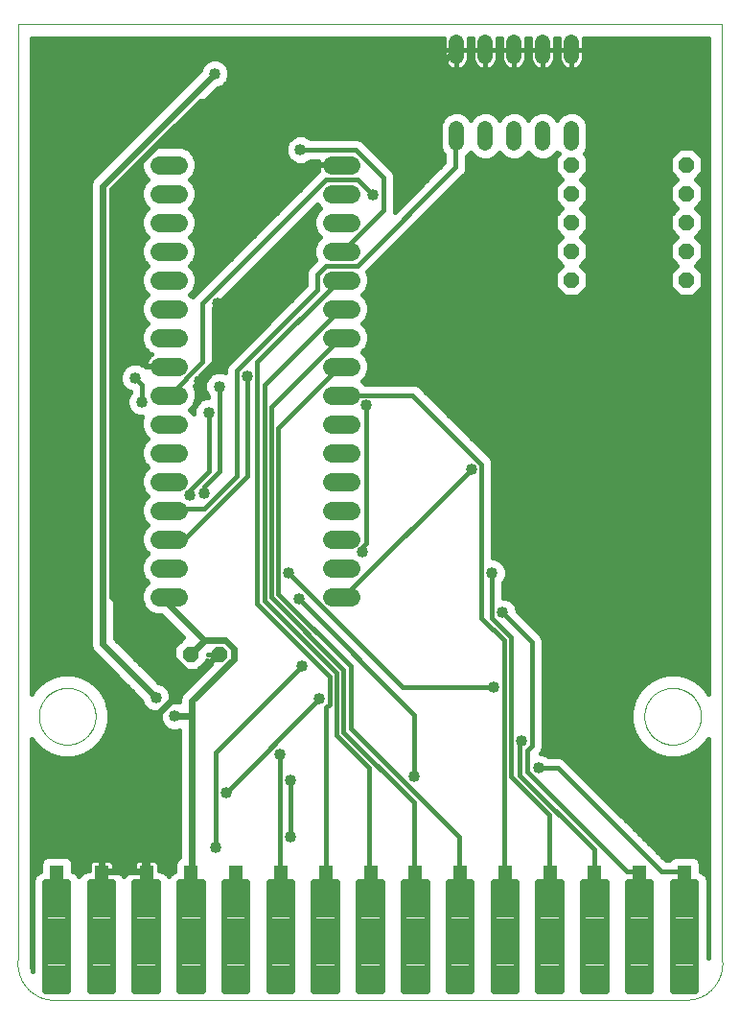
<source format=gbl>
G75*
%MOIN*%
%OFA0B0*%
%FSLAX25Y25*%
%IPPOS*%
%LPD*%
%AMOC8*
5,1,8,0,0,1.08239X$1,22.5*
%
%ADD10C,0.00000*%
%ADD11R,0.05000X0.05000*%
%ADD12C,0.02047*%
%ADD13C,0.06496*%
%ADD14OC8,0.05200*%
%ADD15C,0.05200*%
%ADD16C,0.01600*%
%ADD17C,0.04000*%
%ADD18C,0.02400*%
D10*
X0067595Y0047713D02*
X0067595Y0372634D01*
X0312516Y0372634D01*
X0312516Y0047713D01*
X0312517Y0047713D02*
X0312543Y0047410D01*
X0312563Y0047106D01*
X0312574Y0046802D01*
X0312579Y0046498D01*
X0312576Y0046194D01*
X0312566Y0045889D01*
X0312548Y0045586D01*
X0312524Y0045282D01*
X0312491Y0044980D01*
X0312452Y0044678D01*
X0312405Y0044377D01*
X0312351Y0044078D01*
X0312290Y0043780D01*
X0312221Y0043483D01*
X0312146Y0043189D01*
X0312063Y0042896D01*
X0311973Y0042605D01*
X0311877Y0042317D01*
X0311773Y0042030D01*
X0311663Y0041747D01*
X0311545Y0041466D01*
X0311421Y0041188D01*
X0311290Y0040914D01*
X0311153Y0040642D01*
X0311009Y0040374D01*
X0310859Y0040109D01*
X0310702Y0039849D01*
X0310539Y0039592D01*
X0310370Y0039339D01*
X0310195Y0039090D01*
X0310013Y0038845D01*
X0309826Y0038605D01*
X0309634Y0038370D01*
X0309435Y0038139D01*
X0309231Y0037913D01*
X0309022Y0037692D01*
X0308808Y0037477D01*
X0308588Y0037266D01*
X0308363Y0037061D01*
X0308133Y0036861D01*
X0307899Y0036667D01*
X0307660Y0036479D01*
X0307417Y0036296D01*
X0307169Y0036120D01*
X0306917Y0035949D01*
X0306661Y0035785D01*
X0306401Y0035627D01*
X0306137Y0035475D01*
X0305870Y0035330D01*
X0305599Y0035191D01*
X0305325Y0035058D01*
X0305048Y0034933D01*
X0304768Y0034814D01*
X0304485Y0034702D01*
X0304199Y0034596D01*
X0303911Y0034498D01*
X0303621Y0034407D01*
X0303329Y0034322D01*
X0303034Y0034245D01*
X0302738Y0034175D01*
X0302440Y0034112D01*
X0302141Y0034057D01*
X0301841Y0034008D01*
X0301539Y0033967D01*
X0301237Y0033933D01*
X0078875Y0033933D01*
X0078568Y0033968D01*
X0078262Y0034010D01*
X0077957Y0034059D01*
X0077653Y0034116D01*
X0077351Y0034180D01*
X0077050Y0034252D01*
X0076751Y0034331D01*
X0076455Y0034418D01*
X0076160Y0034512D01*
X0075868Y0034612D01*
X0075578Y0034720D01*
X0075292Y0034836D01*
X0075008Y0034958D01*
X0074727Y0035087D01*
X0074449Y0035223D01*
X0074175Y0035365D01*
X0073905Y0035515D01*
X0073638Y0035671D01*
X0073375Y0035833D01*
X0073116Y0036002D01*
X0072861Y0036177D01*
X0072611Y0036358D01*
X0072365Y0036546D01*
X0072124Y0036739D01*
X0071888Y0036939D01*
X0071657Y0037144D01*
X0071431Y0037354D01*
X0071210Y0037570D01*
X0070994Y0037792D01*
X0070784Y0038018D01*
X0070580Y0038250D01*
X0070381Y0038487D01*
X0070188Y0038729D01*
X0070002Y0038975D01*
X0069821Y0039225D01*
X0069646Y0039480D01*
X0069478Y0039740D01*
X0069316Y0040003D01*
X0069161Y0040270D01*
X0069012Y0040541D01*
X0068870Y0040816D01*
X0068735Y0041094D01*
X0068607Y0041375D01*
X0068485Y0041659D01*
X0068371Y0041946D01*
X0068264Y0042236D01*
X0068164Y0042528D01*
X0068071Y0042823D01*
X0067985Y0043120D01*
X0067907Y0043419D01*
X0067835Y0043720D01*
X0067772Y0044022D01*
X0067716Y0044326D01*
X0067667Y0044631D01*
X0067626Y0044937D01*
X0067592Y0045245D01*
X0067566Y0045553D01*
X0067547Y0045861D01*
X0067536Y0046170D01*
X0067533Y0046479D01*
X0067537Y0046788D01*
X0067549Y0047097D01*
X0067568Y0047405D01*
X0067595Y0047713D01*
X0074937Y0132358D02*
X0074940Y0132600D01*
X0074949Y0132841D01*
X0074964Y0133082D01*
X0074984Y0133323D01*
X0075011Y0133563D01*
X0075044Y0133802D01*
X0075082Y0134041D01*
X0075126Y0134278D01*
X0075176Y0134515D01*
X0075232Y0134750D01*
X0075294Y0134983D01*
X0075361Y0135215D01*
X0075434Y0135446D01*
X0075512Y0135674D01*
X0075597Y0135900D01*
X0075686Y0136125D01*
X0075781Y0136347D01*
X0075882Y0136566D01*
X0075988Y0136784D01*
X0076099Y0136998D01*
X0076216Y0137210D01*
X0076337Y0137418D01*
X0076464Y0137624D01*
X0076596Y0137826D01*
X0076733Y0138026D01*
X0076874Y0138221D01*
X0077020Y0138414D01*
X0077171Y0138602D01*
X0077327Y0138787D01*
X0077487Y0138968D01*
X0077651Y0139145D01*
X0077820Y0139318D01*
X0077993Y0139487D01*
X0078170Y0139651D01*
X0078351Y0139811D01*
X0078536Y0139967D01*
X0078724Y0140118D01*
X0078917Y0140264D01*
X0079112Y0140405D01*
X0079312Y0140542D01*
X0079514Y0140674D01*
X0079720Y0140801D01*
X0079928Y0140922D01*
X0080140Y0141039D01*
X0080354Y0141150D01*
X0080572Y0141256D01*
X0080791Y0141357D01*
X0081013Y0141452D01*
X0081238Y0141541D01*
X0081464Y0141626D01*
X0081692Y0141704D01*
X0081923Y0141777D01*
X0082155Y0141844D01*
X0082388Y0141906D01*
X0082623Y0141962D01*
X0082860Y0142012D01*
X0083097Y0142056D01*
X0083336Y0142094D01*
X0083575Y0142127D01*
X0083815Y0142154D01*
X0084056Y0142174D01*
X0084297Y0142189D01*
X0084538Y0142198D01*
X0084780Y0142201D01*
X0085022Y0142198D01*
X0085263Y0142189D01*
X0085504Y0142174D01*
X0085745Y0142154D01*
X0085985Y0142127D01*
X0086224Y0142094D01*
X0086463Y0142056D01*
X0086700Y0142012D01*
X0086937Y0141962D01*
X0087172Y0141906D01*
X0087405Y0141844D01*
X0087637Y0141777D01*
X0087868Y0141704D01*
X0088096Y0141626D01*
X0088322Y0141541D01*
X0088547Y0141452D01*
X0088769Y0141357D01*
X0088988Y0141256D01*
X0089206Y0141150D01*
X0089420Y0141039D01*
X0089632Y0140922D01*
X0089840Y0140801D01*
X0090046Y0140674D01*
X0090248Y0140542D01*
X0090448Y0140405D01*
X0090643Y0140264D01*
X0090836Y0140118D01*
X0091024Y0139967D01*
X0091209Y0139811D01*
X0091390Y0139651D01*
X0091567Y0139487D01*
X0091740Y0139318D01*
X0091909Y0139145D01*
X0092073Y0138968D01*
X0092233Y0138787D01*
X0092389Y0138602D01*
X0092540Y0138414D01*
X0092686Y0138221D01*
X0092827Y0138026D01*
X0092964Y0137826D01*
X0093096Y0137624D01*
X0093223Y0137418D01*
X0093344Y0137210D01*
X0093461Y0136998D01*
X0093572Y0136784D01*
X0093678Y0136566D01*
X0093779Y0136347D01*
X0093874Y0136125D01*
X0093963Y0135900D01*
X0094048Y0135674D01*
X0094126Y0135446D01*
X0094199Y0135215D01*
X0094266Y0134983D01*
X0094328Y0134750D01*
X0094384Y0134515D01*
X0094434Y0134278D01*
X0094478Y0134041D01*
X0094516Y0133802D01*
X0094549Y0133563D01*
X0094576Y0133323D01*
X0094596Y0133082D01*
X0094611Y0132841D01*
X0094620Y0132600D01*
X0094623Y0132358D01*
X0094620Y0132116D01*
X0094611Y0131875D01*
X0094596Y0131634D01*
X0094576Y0131393D01*
X0094549Y0131153D01*
X0094516Y0130914D01*
X0094478Y0130675D01*
X0094434Y0130438D01*
X0094384Y0130201D01*
X0094328Y0129966D01*
X0094266Y0129733D01*
X0094199Y0129501D01*
X0094126Y0129270D01*
X0094048Y0129042D01*
X0093963Y0128816D01*
X0093874Y0128591D01*
X0093779Y0128369D01*
X0093678Y0128150D01*
X0093572Y0127932D01*
X0093461Y0127718D01*
X0093344Y0127506D01*
X0093223Y0127298D01*
X0093096Y0127092D01*
X0092964Y0126890D01*
X0092827Y0126690D01*
X0092686Y0126495D01*
X0092540Y0126302D01*
X0092389Y0126114D01*
X0092233Y0125929D01*
X0092073Y0125748D01*
X0091909Y0125571D01*
X0091740Y0125398D01*
X0091567Y0125229D01*
X0091390Y0125065D01*
X0091209Y0124905D01*
X0091024Y0124749D01*
X0090836Y0124598D01*
X0090643Y0124452D01*
X0090448Y0124311D01*
X0090248Y0124174D01*
X0090046Y0124042D01*
X0089840Y0123915D01*
X0089632Y0123794D01*
X0089420Y0123677D01*
X0089206Y0123566D01*
X0088988Y0123460D01*
X0088769Y0123359D01*
X0088547Y0123264D01*
X0088322Y0123175D01*
X0088096Y0123090D01*
X0087868Y0123012D01*
X0087637Y0122939D01*
X0087405Y0122872D01*
X0087172Y0122810D01*
X0086937Y0122754D01*
X0086700Y0122704D01*
X0086463Y0122660D01*
X0086224Y0122622D01*
X0085985Y0122589D01*
X0085745Y0122562D01*
X0085504Y0122542D01*
X0085263Y0122527D01*
X0085022Y0122518D01*
X0084780Y0122515D01*
X0084538Y0122518D01*
X0084297Y0122527D01*
X0084056Y0122542D01*
X0083815Y0122562D01*
X0083575Y0122589D01*
X0083336Y0122622D01*
X0083097Y0122660D01*
X0082860Y0122704D01*
X0082623Y0122754D01*
X0082388Y0122810D01*
X0082155Y0122872D01*
X0081923Y0122939D01*
X0081692Y0123012D01*
X0081464Y0123090D01*
X0081238Y0123175D01*
X0081013Y0123264D01*
X0080791Y0123359D01*
X0080572Y0123460D01*
X0080354Y0123566D01*
X0080140Y0123677D01*
X0079928Y0123794D01*
X0079720Y0123915D01*
X0079514Y0124042D01*
X0079312Y0124174D01*
X0079112Y0124311D01*
X0078917Y0124452D01*
X0078724Y0124598D01*
X0078536Y0124749D01*
X0078351Y0124905D01*
X0078170Y0125065D01*
X0077993Y0125229D01*
X0077820Y0125398D01*
X0077651Y0125571D01*
X0077487Y0125748D01*
X0077327Y0125929D01*
X0077171Y0126114D01*
X0077020Y0126302D01*
X0076874Y0126495D01*
X0076733Y0126690D01*
X0076596Y0126890D01*
X0076464Y0127092D01*
X0076337Y0127298D01*
X0076216Y0127506D01*
X0076099Y0127718D01*
X0075988Y0127932D01*
X0075882Y0128150D01*
X0075781Y0128369D01*
X0075686Y0128591D01*
X0075597Y0128816D01*
X0075512Y0129042D01*
X0075434Y0129270D01*
X0075361Y0129501D01*
X0075294Y0129733D01*
X0075232Y0129966D01*
X0075176Y0130201D01*
X0075126Y0130438D01*
X0075082Y0130675D01*
X0075044Y0130914D01*
X0075011Y0131153D01*
X0074984Y0131393D01*
X0074964Y0131634D01*
X0074949Y0131875D01*
X0074940Y0132116D01*
X0074937Y0132358D01*
X0285488Y0132358D02*
X0285491Y0132600D01*
X0285500Y0132841D01*
X0285515Y0133082D01*
X0285535Y0133323D01*
X0285562Y0133563D01*
X0285595Y0133802D01*
X0285633Y0134041D01*
X0285677Y0134278D01*
X0285727Y0134515D01*
X0285783Y0134750D01*
X0285845Y0134983D01*
X0285912Y0135215D01*
X0285985Y0135446D01*
X0286063Y0135674D01*
X0286148Y0135900D01*
X0286237Y0136125D01*
X0286332Y0136347D01*
X0286433Y0136566D01*
X0286539Y0136784D01*
X0286650Y0136998D01*
X0286767Y0137210D01*
X0286888Y0137418D01*
X0287015Y0137624D01*
X0287147Y0137826D01*
X0287284Y0138026D01*
X0287425Y0138221D01*
X0287571Y0138414D01*
X0287722Y0138602D01*
X0287878Y0138787D01*
X0288038Y0138968D01*
X0288202Y0139145D01*
X0288371Y0139318D01*
X0288544Y0139487D01*
X0288721Y0139651D01*
X0288902Y0139811D01*
X0289087Y0139967D01*
X0289275Y0140118D01*
X0289468Y0140264D01*
X0289663Y0140405D01*
X0289863Y0140542D01*
X0290065Y0140674D01*
X0290271Y0140801D01*
X0290479Y0140922D01*
X0290691Y0141039D01*
X0290905Y0141150D01*
X0291123Y0141256D01*
X0291342Y0141357D01*
X0291564Y0141452D01*
X0291789Y0141541D01*
X0292015Y0141626D01*
X0292243Y0141704D01*
X0292474Y0141777D01*
X0292706Y0141844D01*
X0292939Y0141906D01*
X0293174Y0141962D01*
X0293411Y0142012D01*
X0293648Y0142056D01*
X0293887Y0142094D01*
X0294126Y0142127D01*
X0294366Y0142154D01*
X0294607Y0142174D01*
X0294848Y0142189D01*
X0295089Y0142198D01*
X0295331Y0142201D01*
X0295573Y0142198D01*
X0295814Y0142189D01*
X0296055Y0142174D01*
X0296296Y0142154D01*
X0296536Y0142127D01*
X0296775Y0142094D01*
X0297014Y0142056D01*
X0297251Y0142012D01*
X0297488Y0141962D01*
X0297723Y0141906D01*
X0297956Y0141844D01*
X0298188Y0141777D01*
X0298419Y0141704D01*
X0298647Y0141626D01*
X0298873Y0141541D01*
X0299098Y0141452D01*
X0299320Y0141357D01*
X0299539Y0141256D01*
X0299757Y0141150D01*
X0299971Y0141039D01*
X0300183Y0140922D01*
X0300391Y0140801D01*
X0300597Y0140674D01*
X0300799Y0140542D01*
X0300999Y0140405D01*
X0301194Y0140264D01*
X0301387Y0140118D01*
X0301575Y0139967D01*
X0301760Y0139811D01*
X0301941Y0139651D01*
X0302118Y0139487D01*
X0302291Y0139318D01*
X0302460Y0139145D01*
X0302624Y0138968D01*
X0302784Y0138787D01*
X0302940Y0138602D01*
X0303091Y0138414D01*
X0303237Y0138221D01*
X0303378Y0138026D01*
X0303515Y0137826D01*
X0303647Y0137624D01*
X0303774Y0137418D01*
X0303895Y0137210D01*
X0304012Y0136998D01*
X0304123Y0136784D01*
X0304229Y0136566D01*
X0304330Y0136347D01*
X0304425Y0136125D01*
X0304514Y0135900D01*
X0304599Y0135674D01*
X0304677Y0135446D01*
X0304750Y0135215D01*
X0304817Y0134983D01*
X0304879Y0134750D01*
X0304935Y0134515D01*
X0304985Y0134278D01*
X0305029Y0134041D01*
X0305067Y0133802D01*
X0305100Y0133563D01*
X0305127Y0133323D01*
X0305147Y0133082D01*
X0305162Y0132841D01*
X0305171Y0132600D01*
X0305174Y0132358D01*
X0305171Y0132116D01*
X0305162Y0131875D01*
X0305147Y0131634D01*
X0305127Y0131393D01*
X0305100Y0131153D01*
X0305067Y0130914D01*
X0305029Y0130675D01*
X0304985Y0130438D01*
X0304935Y0130201D01*
X0304879Y0129966D01*
X0304817Y0129733D01*
X0304750Y0129501D01*
X0304677Y0129270D01*
X0304599Y0129042D01*
X0304514Y0128816D01*
X0304425Y0128591D01*
X0304330Y0128369D01*
X0304229Y0128150D01*
X0304123Y0127932D01*
X0304012Y0127718D01*
X0303895Y0127506D01*
X0303774Y0127298D01*
X0303647Y0127092D01*
X0303515Y0126890D01*
X0303378Y0126690D01*
X0303237Y0126495D01*
X0303091Y0126302D01*
X0302940Y0126114D01*
X0302784Y0125929D01*
X0302624Y0125748D01*
X0302460Y0125571D01*
X0302291Y0125398D01*
X0302118Y0125229D01*
X0301941Y0125065D01*
X0301760Y0124905D01*
X0301575Y0124749D01*
X0301387Y0124598D01*
X0301194Y0124452D01*
X0300999Y0124311D01*
X0300799Y0124174D01*
X0300597Y0124042D01*
X0300391Y0123915D01*
X0300183Y0123794D01*
X0299971Y0123677D01*
X0299757Y0123566D01*
X0299539Y0123460D01*
X0299320Y0123359D01*
X0299098Y0123264D01*
X0298873Y0123175D01*
X0298647Y0123090D01*
X0298419Y0123012D01*
X0298188Y0122939D01*
X0297956Y0122872D01*
X0297723Y0122810D01*
X0297488Y0122754D01*
X0297251Y0122704D01*
X0297014Y0122660D01*
X0296775Y0122622D01*
X0296536Y0122589D01*
X0296296Y0122562D01*
X0296055Y0122542D01*
X0295814Y0122527D01*
X0295573Y0122518D01*
X0295331Y0122515D01*
X0295089Y0122518D01*
X0294848Y0122527D01*
X0294607Y0122542D01*
X0294366Y0122562D01*
X0294126Y0122589D01*
X0293887Y0122622D01*
X0293648Y0122660D01*
X0293411Y0122704D01*
X0293174Y0122754D01*
X0292939Y0122810D01*
X0292706Y0122872D01*
X0292474Y0122939D01*
X0292243Y0123012D01*
X0292015Y0123090D01*
X0291789Y0123175D01*
X0291564Y0123264D01*
X0291342Y0123359D01*
X0291123Y0123460D01*
X0290905Y0123566D01*
X0290691Y0123677D01*
X0290479Y0123794D01*
X0290271Y0123915D01*
X0290065Y0124042D01*
X0289863Y0124174D01*
X0289663Y0124311D01*
X0289468Y0124452D01*
X0289275Y0124598D01*
X0289087Y0124749D01*
X0288902Y0124905D01*
X0288721Y0125065D01*
X0288544Y0125229D01*
X0288371Y0125398D01*
X0288202Y0125571D01*
X0288038Y0125748D01*
X0287878Y0125929D01*
X0287722Y0126114D01*
X0287571Y0126302D01*
X0287425Y0126495D01*
X0287284Y0126690D01*
X0287147Y0126890D01*
X0287015Y0127092D01*
X0286888Y0127298D01*
X0286767Y0127506D01*
X0286650Y0127718D01*
X0286539Y0127932D01*
X0286433Y0128150D01*
X0286332Y0128369D01*
X0286237Y0128591D01*
X0286148Y0128816D01*
X0286063Y0129042D01*
X0285985Y0129270D01*
X0285912Y0129501D01*
X0285845Y0129733D01*
X0285783Y0129966D01*
X0285727Y0130201D01*
X0285677Y0130438D01*
X0285633Y0130675D01*
X0285595Y0130914D01*
X0285562Y0131153D01*
X0285535Y0131393D01*
X0285515Y0131634D01*
X0285500Y0131875D01*
X0285491Y0132116D01*
X0285488Y0132358D01*
D11*
X0283786Y0078211D03*
X0299376Y0078211D03*
X0268195Y0078211D03*
X0252605Y0078211D03*
X0237014Y0078211D03*
X0221424Y0078211D03*
X0205833Y0078211D03*
X0190243Y0078211D03*
X0174652Y0078211D03*
X0159061Y0078211D03*
X0143471Y0078211D03*
X0127880Y0078211D03*
X0112290Y0078211D03*
X0096699Y0078211D03*
X0081109Y0078211D03*
D12*
X0077014Y0074688D02*
X0077014Y0036734D01*
X0077014Y0074688D02*
X0085204Y0074688D01*
X0085204Y0036734D01*
X0077014Y0036734D01*
X0077014Y0038780D02*
X0085204Y0038780D01*
X0085204Y0040826D02*
X0077014Y0040826D01*
X0077014Y0042872D02*
X0085204Y0042872D01*
X0085204Y0044918D02*
X0077014Y0044918D01*
X0077014Y0046964D02*
X0085204Y0046964D01*
X0085204Y0049010D02*
X0077014Y0049010D01*
X0077014Y0051056D02*
X0085204Y0051056D01*
X0085204Y0053102D02*
X0077014Y0053102D01*
X0077014Y0055148D02*
X0085204Y0055148D01*
X0085204Y0057194D02*
X0077014Y0057194D01*
X0077014Y0059240D02*
X0085204Y0059240D01*
X0085204Y0061286D02*
X0077014Y0061286D01*
X0077014Y0063332D02*
X0085204Y0063332D01*
X0085204Y0065378D02*
X0077014Y0065378D01*
X0077014Y0067424D02*
X0085204Y0067424D01*
X0085204Y0069470D02*
X0077014Y0069470D01*
X0077014Y0071516D02*
X0085204Y0071516D01*
X0085204Y0073562D02*
X0077014Y0073562D01*
X0092604Y0074688D02*
X0092604Y0036734D01*
X0092604Y0074688D02*
X0100794Y0074688D01*
X0100794Y0036734D01*
X0092604Y0036734D01*
X0092604Y0038780D02*
X0100794Y0038780D01*
X0100794Y0040826D02*
X0092604Y0040826D01*
X0092604Y0042872D02*
X0100794Y0042872D01*
X0100794Y0044918D02*
X0092604Y0044918D01*
X0092604Y0046964D02*
X0100794Y0046964D01*
X0100794Y0049010D02*
X0092604Y0049010D01*
X0092604Y0051056D02*
X0100794Y0051056D01*
X0100794Y0053102D02*
X0092604Y0053102D01*
X0092604Y0055148D02*
X0100794Y0055148D01*
X0100794Y0057194D02*
X0092604Y0057194D01*
X0092604Y0059240D02*
X0100794Y0059240D01*
X0100794Y0061286D02*
X0092604Y0061286D01*
X0092604Y0063332D02*
X0100794Y0063332D01*
X0100794Y0065378D02*
X0092604Y0065378D01*
X0092604Y0067424D02*
X0100794Y0067424D01*
X0100794Y0069470D02*
X0092604Y0069470D01*
X0092604Y0071516D02*
X0100794Y0071516D01*
X0100794Y0073562D02*
X0092604Y0073562D01*
X0108195Y0074688D02*
X0108195Y0036734D01*
X0108195Y0074688D02*
X0116385Y0074688D01*
X0116385Y0036734D01*
X0108195Y0036734D01*
X0108195Y0038780D02*
X0116385Y0038780D01*
X0116385Y0040826D02*
X0108195Y0040826D01*
X0108195Y0042872D02*
X0116385Y0042872D01*
X0116385Y0044918D02*
X0108195Y0044918D01*
X0108195Y0046964D02*
X0116385Y0046964D01*
X0116385Y0049010D02*
X0108195Y0049010D01*
X0108195Y0051056D02*
X0116385Y0051056D01*
X0116385Y0053102D02*
X0108195Y0053102D01*
X0108195Y0055148D02*
X0116385Y0055148D01*
X0116385Y0057194D02*
X0108195Y0057194D01*
X0108195Y0059240D02*
X0116385Y0059240D01*
X0116385Y0061286D02*
X0108195Y0061286D01*
X0108195Y0063332D02*
X0116385Y0063332D01*
X0116385Y0065378D02*
X0108195Y0065378D01*
X0108195Y0067424D02*
X0116385Y0067424D01*
X0116385Y0069470D02*
X0108195Y0069470D01*
X0108195Y0071516D02*
X0116385Y0071516D01*
X0116385Y0073562D02*
X0108195Y0073562D01*
X0123785Y0074688D02*
X0123785Y0036734D01*
X0123785Y0074688D02*
X0131975Y0074688D01*
X0131975Y0036734D01*
X0123785Y0036734D01*
X0123785Y0038780D02*
X0131975Y0038780D01*
X0131975Y0040826D02*
X0123785Y0040826D01*
X0123785Y0042872D02*
X0131975Y0042872D01*
X0131975Y0044918D02*
X0123785Y0044918D01*
X0123785Y0046964D02*
X0131975Y0046964D01*
X0131975Y0049010D02*
X0123785Y0049010D01*
X0123785Y0051056D02*
X0131975Y0051056D01*
X0131975Y0053102D02*
X0123785Y0053102D01*
X0123785Y0055148D02*
X0131975Y0055148D01*
X0131975Y0057194D02*
X0123785Y0057194D01*
X0123785Y0059240D02*
X0131975Y0059240D01*
X0131975Y0061286D02*
X0123785Y0061286D01*
X0123785Y0063332D02*
X0131975Y0063332D01*
X0131975Y0065378D02*
X0123785Y0065378D01*
X0123785Y0067424D02*
X0131975Y0067424D01*
X0131975Y0069470D02*
X0123785Y0069470D01*
X0123785Y0071516D02*
X0131975Y0071516D01*
X0131975Y0073562D02*
X0123785Y0073562D01*
X0139376Y0074688D02*
X0139376Y0036734D01*
X0139376Y0074688D02*
X0147566Y0074688D01*
X0147566Y0036734D01*
X0139376Y0036734D01*
X0139376Y0038780D02*
X0147566Y0038780D01*
X0147566Y0040826D02*
X0139376Y0040826D01*
X0139376Y0042872D02*
X0147566Y0042872D01*
X0147566Y0044918D02*
X0139376Y0044918D01*
X0139376Y0046964D02*
X0147566Y0046964D01*
X0147566Y0049010D02*
X0139376Y0049010D01*
X0139376Y0051056D02*
X0147566Y0051056D01*
X0147566Y0053102D02*
X0139376Y0053102D01*
X0139376Y0055148D02*
X0147566Y0055148D01*
X0147566Y0057194D02*
X0139376Y0057194D01*
X0139376Y0059240D02*
X0147566Y0059240D01*
X0147566Y0061286D02*
X0139376Y0061286D01*
X0139376Y0063332D02*
X0147566Y0063332D01*
X0147566Y0065378D02*
X0139376Y0065378D01*
X0139376Y0067424D02*
X0147566Y0067424D01*
X0147566Y0069470D02*
X0139376Y0069470D01*
X0139376Y0071516D02*
X0147566Y0071516D01*
X0147566Y0073562D02*
X0139376Y0073562D01*
X0154966Y0074688D02*
X0154966Y0036734D01*
X0154966Y0074688D02*
X0163156Y0074688D01*
X0163156Y0036734D01*
X0154966Y0036734D01*
X0154966Y0038780D02*
X0163156Y0038780D01*
X0163156Y0040826D02*
X0154966Y0040826D01*
X0154966Y0042872D02*
X0163156Y0042872D01*
X0163156Y0044918D02*
X0154966Y0044918D01*
X0154966Y0046964D02*
X0163156Y0046964D01*
X0163156Y0049010D02*
X0154966Y0049010D01*
X0154966Y0051056D02*
X0163156Y0051056D01*
X0163156Y0053102D02*
X0154966Y0053102D01*
X0154966Y0055148D02*
X0163156Y0055148D01*
X0163156Y0057194D02*
X0154966Y0057194D01*
X0154966Y0059240D02*
X0163156Y0059240D01*
X0163156Y0061286D02*
X0154966Y0061286D01*
X0154966Y0063332D02*
X0163156Y0063332D01*
X0163156Y0065378D02*
X0154966Y0065378D01*
X0154966Y0067424D02*
X0163156Y0067424D01*
X0163156Y0069470D02*
X0154966Y0069470D01*
X0154966Y0071516D02*
X0163156Y0071516D01*
X0163156Y0073562D02*
X0154966Y0073562D01*
X0170557Y0074688D02*
X0170557Y0036734D01*
X0170557Y0074688D02*
X0178747Y0074688D01*
X0178747Y0036734D01*
X0170557Y0036734D01*
X0170557Y0038780D02*
X0178747Y0038780D01*
X0178747Y0040826D02*
X0170557Y0040826D01*
X0170557Y0042872D02*
X0178747Y0042872D01*
X0178747Y0044918D02*
X0170557Y0044918D01*
X0170557Y0046964D02*
X0178747Y0046964D01*
X0178747Y0049010D02*
X0170557Y0049010D01*
X0170557Y0051056D02*
X0178747Y0051056D01*
X0178747Y0053102D02*
X0170557Y0053102D01*
X0170557Y0055148D02*
X0178747Y0055148D01*
X0178747Y0057194D02*
X0170557Y0057194D01*
X0170557Y0059240D02*
X0178747Y0059240D01*
X0178747Y0061286D02*
X0170557Y0061286D01*
X0170557Y0063332D02*
X0178747Y0063332D01*
X0178747Y0065378D02*
X0170557Y0065378D01*
X0170557Y0067424D02*
X0178747Y0067424D01*
X0178747Y0069470D02*
X0170557Y0069470D01*
X0170557Y0071516D02*
X0178747Y0071516D01*
X0178747Y0073562D02*
X0170557Y0073562D01*
X0186148Y0074688D02*
X0186148Y0036734D01*
X0186148Y0074688D02*
X0194338Y0074688D01*
X0194338Y0036734D01*
X0186148Y0036734D01*
X0186148Y0038780D02*
X0194338Y0038780D01*
X0194338Y0040826D02*
X0186148Y0040826D01*
X0186148Y0042872D02*
X0194338Y0042872D01*
X0194338Y0044918D02*
X0186148Y0044918D01*
X0186148Y0046964D02*
X0194338Y0046964D01*
X0194338Y0049010D02*
X0186148Y0049010D01*
X0186148Y0051056D02*
X0194338Y0051056D01*
X0194338Y0053102D02*
X0186148Y0053102D01*
X0186148Y0055148D02*
X0194338Y0055148D01*
X0194338Y0057194D02*
X0186148Y0057194D01*
X0186148Y0059240D02*
X0194338Y0059240D01*
X0194338Y0061286D02*
X0186148Y0061286D01*
X0186148Y0063332D02*
X0194338Y0063332D01*
X0194338Y0065378D02*
X0186148Y0065378D01*
X0186148Y0067424D02*
X0194338Y0067424D01*
X0194338Y0069470D02*
X0186148Y0069470D01*
X0186148Y0071516D02*
X0194338Y0071516D01*
X0194338Y0073562D02*
X0186148Y0073562D01*
X0201738Y0074688D02*
X0201738Y0036734D01*
X0201738Y0074688D02*
X0209928Y0074688D01*
X0209928Y0036734D01*
X0201738Y0036734D01*
X0201738Y0038780D02*
X0209928Y0038780D01*
X0209928Y0040826D02*
X0201738Y0040826D01*
X0201738Y0042872D02*
X0209928Y0042872D01*
X0209928Y0044918D02*
X0201738Y0044918D01*
X0201738Y0046964D02*
X0209928Y0046964D01*
X0209928Y0049010D02*
X0201738Y0049010D01*
X0201738Y0051056D02*
X0209928Y0051056D01*
X0209928Y0053102D02*
X0201738Y0053102D01*
X0201738Y0055148D02*
X0209928Y0055148D01*
X0209928Y0057194D02*
X0201738Y0057194D01*
X0201738Y0059240D02*
X0209928Y0059240D01*
X0209928Y0061286D02*
X0201738Y0061286D01*
X0201738Y0063332D02*
X0209928Y0063332D01*
X0209928Y0065378D02*
X0201738Y0065378D01*
X0201738Y0067424D02*
X0209928Y0067424D01*
X0209928Y0069470D02*
X0201738Y0069470D01*
X0201738Y0071516D02*
X0209928Y0071516D01*
X0209928Y0073562D02*
X0201738Y0073562D01*
X0217329Y0074688D02*
X0217329Y0036734D01*
X0217329Y0074688D02*
X0225519Y0074688D01*
X0225519Y0036734D01*
X0217329Y0036734D01*
X0217329Y0038780D02*
X0225519Y0038780D01*
X0225519Y0040826D02*
X0217329Y0040826D01*
X0217329Y0042872D02*
X0225519Y0042872D01*
X0225519Y0044918D02*
X0217329Y0044918D01*
X0217329Y0046964D02*
X0225519Y0046964D01*
X0225519Y0049010D02*
X0217329Y0049010D01*
X0217329Y0051056D02*
X0225519Y0051056D01*
X0225519Y0053102D02*
X0217329Y0053102D01*
X0217329Y0055148D02*
X0225519Y0055148D01*
X0225519Y0057194D02*
X0217329Y0057194D01*
X0217329Y0059240D02*
X0225519Y0059240D01*
X0225519Y0061286D02*
X0217329Y0061286D01*
X0217329Y0063332D02*
X0225519Y0063332D01*
X0225519Y0065378D02*
X0217329Y0065378D01*
X0217329Y0067424D02*
X0225519Y0067424D01*
X0225519Y0069470D02*
X0217329Y0069470D01*
X0217329Y0071516D02*
X0225519Y0071516D01*
X0225519Y0073562D02*
X0217329Y0073562D01*
X0232919Y0074688D02*
X0232919Y0036734D01*
X0232919Y0074688D02*
X0241109Y0074688D01*
X0241109Y0036734D01*
X0232919Y0036734D01*
X0232919Y0038780D02*
X0241109Y0038780D01*
X0241109Y0040826D02*
X0232919Y0040826D01*
X0232919Y0042872D02*
X0241109Y0042872D01*
X0241109Y0044918D02*
X0232919Y0044918D01*
X0232919Y0046964D02*
X0241109Y0046964D01*
X0241109Y0049010D02*
X0232919Y0049010D01*
X0232919Y0051056D02*
X0241109Y0051056D01*
X0241109Y0053102D02*
X0232919Y0053102D01*
X0232919Y0055148D02*
X0241109Y0055148D01*
X0241109Y0057194D02*
X0232919Y0057194D01*
X0232919Y0059240D02*
X0241109Y0059240D01*
X0241109Y0061286D02*
X0232919Y0061286D01*
X0232919Y0063332D02*
X0241109Y0063332D01*
X0241109Y0065378D02*
X0232919Y0065378D01*
X0232919Y0067424D02*
X0241109Y0067424D01*
X0241109Y0069470D02*
X0232919Y0069470D01*
X0232919Y0071516D02*
X0241109Y0071516D01*
X0241109Y0073562D02*
X0232919Y0073562D01*
X0248510Y0074688D02*
X0248510Y0036734D01*
X0248510Y0074688D02*
X0256700Y0074688D01*
X0256700Y0036734D01*
X0248510Y0036734D01*
X0248510Y0038780D02*
X0256700Y0038780D01*
X0256700Y0040826D02*
X0248510Y0040826D01*
X0248510Y0042872D02*
X0256700Y0042872D01*
X0256700Y0044918D02*
X0248510Y0044918D01*
X0248510Y0046964D02*
X0256700Y0046964D01*
X0256700Y0049010D02*
X0248510Y0049010D01*
X0248510Y0051056D02*
X0256700Y0051056D01*
X0256700Y0053102D02*
X0248510Y0053102D01*
X0248510Y0055148D02*
X0256700Y0055148D01*
X0256700Y0057194D02*
X0248510Y0057194D01*
X0248510Y0059240D02*
X0256700Y0059240D01*
X0256700Y0061286D02*
X0248510Y0061286D01*
X0248510Y0063332D02*
X0256700Y0063332D01*
X0256700Y0065378D02*
X0248510Y0065378D01*
X0248510Y0067424D02*
X0256700Y0067424D01*
X0256700Y0069470D02*
X0248510Y0069470D01*
X0248510Y0071516D02*
X0256700Y0071516D01*
X0256700Y0073562D02*
X0248510Y0073562D01*
X0264100Y0074688D02*
X0264100Y0036734D01*
X0264100Y0074688D02*
X0272290Y0074688D01*
X0272290Y0036734D01*
X0264100Y0036734D01*
X0264100Y0038780D02*
X0272290Y0038780D01*
X0272290Y0040826D02*
X0264100Y0040826D01*
X0264100Y0042872D02*
X0272290Y0042872D01*
X0272290Y0044918D02*
X0264100Y0044918D01*
X0264100Y0046964D02*
X0272290Y0046964D01*
X0272290Y0049010D02*
X0264100Y0049010D01*
X0264100Y0051056D02*
X0272290Y0051056D01*
X0272290Y0053102D02*
X0264100Y0053102D01*
X0264100Y0055148D02*
X0272290Y0055148D01*
X0272290Y0057194D02*
X0264100Y0057194D01*
X0264100Y0059240D02*
X0272290Y0059240D01*
X0272290Y0061286D02*
X0264100Y0061286D01*
X0264100Y0063332D02*
X0272290Y0063332D01*
X0272290Y0065378D02*
X0264100Y0065378D01*
X0264100Y0067424D02*
X0272290Y0067424D01*
X0272290Y0069470D02*
X0264100Y0069470D01*
X0264100Y0071516D02*
X0272290Y0071516D01*
X0272290Y0073562D02*
X0264100Y0073562D01*
X0279691Y0074688D02*
X0279691Y0036734D01*
X0279691Y0074688D02*
X0287881Y0074688D01*
X0287881Y0036734D01*
X0279691Y0036734D01*
X0279691Y0038780D02*
X0287881Y0038780D01*
X0287881Y0040826D02*
X0279691Y0040826D01*
X0279691Y0042872D02*
X0287881Y0042872D01*
X0287881Y0044918D02*
X0279691Y0044918D01*
X0279691Y0046964D02*
X0287881Y0046964D01*
X0287881Y0049010D02*
X0279691Y0049010D01*
X0279691Y0051056D02*
X0287881Y0051056D01*
X0287881Y0053102D02*
X0279691Y0053102D01*
X0279691Y0055148D02*
X0287881Y0055148D01*
X0287881Y0057194D02*
X0279691Y0057194D01*
X0279691Y0059240D02*
X0287881Y0059240D01*
X0287881Y0061286D02*
X0279691Y0061286D01*
X0279691Y0063332D02*
X0287881Y0063332D01*
X0287881Y0065378D02*
X0279691Y0065378D01*
X0279691Y0067424D02*
X0287881Y0067424D01*
X0287881Y0069470D02*
X0279691Y0069470D01*
X0279691Y0071516D02*
X0287881Y0071516D01*
X0287881Y0073562D02*
X0279691Y0073562D01*
X0295281Y0074688D02*
X0295281Y0036734D01*
X0295281Y0074688D02*
X0303471Y0074688D01*
X0303471Y0036734D01*
X0295281Y0036734D01*
X0295281Y0038780D02*
X0303471Y0038780D01*
X0303471Y0040826D02*
X0295281Y0040826D01*
X0295281Y0042872D02*
X0303471Y0042872D01*
X0303471Y0044918D02*
X0295281Y0044918D01*
X0295281Y0046964D02*
X0303471Y0046964D01*
X0303471Y0049010D02*
X0295281Y0049010D01*
X0295281Y0051056D02*
X0303471Y0051056D01*
X0303471Y0053102D02*
X0295281Y0053102D01*
X0295281Y0055148D02*
X0303471Y0055148D01*
X0303471Y0057194D02*
X0295281Y0057194D01*
X0295281Y0059240D02*
X0303471Y0059240D01*
X0303471Y0061286D02*
X0295281Y0061286D01*
X0295281Y0063332D02*
X0303471Y0063332D01*
X0303471Y0065378D02*
X0295281Y0065378D01*
X0295281Y0067424D02*
X0303471Y0067424D01*
X0303471Y0069470D02*
X0295281Y0069470D01*
X0295281Y0071516D02*
X0303471Y0071516D01*
X0303471Y0073562D02*
X0295281Y0073562D01*
D13*
X0183343Y0173933D02*
X0176847Y0173933D01*
X0176847Y0183933D02*
X0183343Y0183933D01*
X0183343Y0193933D02*
X0176847Y0193933D01*
X0176847Y0203933D02*
X0183343Y0203933D01*
X0183343Y0213933D02*
X0176847Y0213933D01*
X0176847Y0223933D02*
X0183343Y0223933D01*
X0183343Y0233933D02*
X0176847Y0233933D01*
X0176847Y0243933D02*
X0183343Y0243933D01*
X0183343Y0253933D02*
X0176847Y0253933D01*
X0176847Y0263933D02*
X0183343Y0263933D01*
X0183343Y0273933D02*
X0176847Y0273933D01*
X0176847Y0283933D02*
X0183343Y0283933D01*
X0183343Y0293933D02*
X0176847Y0293933D01*
X0176847Y0303933D02*
X0183343Y0303933D01*
X0183343Y0313933D02*
X0176847Y0313933D01*
X0176847Y0323933D02*
X0183343Y0323933D01*
X0123343Y0323933D02*
X0116847Y0323933D01*
X0116847Y0313933D02*
X0123343Y0313933D01*
X0123343Y0303933D02*
X0116847Y0303933D01*
X0116847Y0293933D02*
X0123343Y0293933D01*
X0123343Y0283933D02*
X0116847Y0283933D01*
X0116847Y0273933D02*
X0123343Y0273933D01*
X0123343Y0263933D02*
X0116847Y0263933D01*
X0116847Y0253933D02*
X0123343Y0253933D01*
X0123343Y0243933D02*
X0116847Y0243933D01*
X0116847Y0233933D02*
X0123343Y0233933D01*
X0123343Y0223933D02*
X0116847Y0223933D01*
X0116847Y0213933D02*
X0123343Y0213933D01*
X0123343Y0203933D02*
X0116847Y0203933D01*
X0116847Y0193933D02*
X0123343Y0193933D01*
X0123343Y0183933D02*
X0116847Y0183933D01*
X0116847Y0173933D02*
X0123343Y0173933D01*
D14*
X0127595Y0153933D03*
X0137595Y0153933D03*
X0260095Y0283933D03*
X0260095Y0293933D03*
X0260095Y0303933D03*
X0260095Y0313933D03*
X0260095Y0323933D03*
X0300095Y0323933D03*
X0300095Y0313933D03*
X0300095Y0303933D03*
X0300095Y0293933D03*
X0300095Y0283933D03*
D15*
X0260095Y0331333D02*
X0260095Y0336533D01*
X0250095Y0336533D02*
X0250095Y0331333D01*
X0240095Y0331333D02*
X0240095Y0336533D01*
X0230095Y0336533D02*
X0230095Y0331333D01*
X0220095Y0331333D02*
X0220095Y0336533D01*
X0220095Y0361333D02*
X0220095Y0366533D01*
X0230095Y0366533D02*
X0230095Y0361333D01*
X0240095Y0361333D02*
X0240095Y0366533D01*
X0250095Y0366533D02*
X0250095Y0361333D01*
X0260095Y0361333D02*
X0260095Y0366533D01*
D16*
X0260095Y0363933D02*
X0255695Y0363933D01*
X0255695Y0360987D01*
X0255803Y0360303D01*
X0256017Y0359644D01*
X0256332Y0359027D01*
X0256739Y0358467D01*
X0257229Y0357977D01*
X0257789Y0357570D01*
X0258406Y0357255D01*
X0259065Y0357041D01*
X0259749Y0356933D01*
X0260095Y0356933D01*
X0260095Y0363933D01*
X0255695Y0363933D01*
X0255695Y0366879D01*
X0255803Y0367563D01*
X0255891Y0367834D01*
X0254299Y0367834D01*
X0254387Y0367563D01*
X0254495Y0366879D01*
X0254495Y0363933D01*
X0250095Y0363933D01*
X0245695Y0363933D01*
X0245695Y0360987D01*
X0245803Y0360303D01*
X0246017Y0359644D01*
X0246332Y0359027D01*
X0246739Y0358467D01*
X0247229Y0357977D01*
X0247789Y0357570D01*
X0248406Y0357255D01*
X0249065Y0357041D01*
X0249749Y0356933D01*
X0250095Y0356933D01*
X0250095Y0363933D01*
X0250095Y0363933D01*
X0250095Y0363933D01*
X0245695Y0363933D01*
X0245695Y0366879D01*
X0245803Y0367563D01*
X0245891Y0367834D01*
X0244299Y0367834D01*
X0244387Y0367563D01*
X0244495Y0366879D01*
X0244495Y0363933D01*
X0240095Y0363933D01*
X0235695Y0363933D01*
X0235695Y0360987D01*
X0235803Y0360303D01*
X0236017Y0359644D01*
X0236332Y0359027D01*
X0236739Y0358467D01*
X0237229Y0357977D01*
X0237789Y0357570D01*
X0238406Y0357255D01*
X0239065Y0357041D01*
X0239749Y0356933D01*
X0240095Y0356933D01*
X0240095Y0363933D01*
X0240095Y0363933D01*
X0240095Y0363933D01*
X0235695Y0363933D01*
X0235695Y0366879D01*
X0235803Y0367563D01*
X0235891Y0367834D01*
X0234299Y0367834D01*
X0234387Y0367563D01*
X0234495Y0366879D01*
X0234495Y0363933D01*
X0230095Y0363933D01*
X0225695Y0363933D01*
X0225695Y0360987D01*
X0225803Y0360303D01*
X0226017Y0359644D01*
X0226332Y0359027D01*
X0226739Y0358467D01*
X0227229Y0357977D01*
X0227789Y0357570D01*
X0228406Y0357255D01*
X0229065Y0357041D01*
X0229749Y0356933D01*
X0230095Y0356933D01*
X0230095Y0363933D01*
X0230095Y0363933D01*
X0230095Y0363933D01*
X0225695Y0363933D01*
X0225695Y0366879D01*
X0225803Y0367563D01*
X0225891Y0367834D01*
X0224299Y0367834D01*
X0224387Y0367563D01*
X0224495Y0366879D01*
X0224495Y0363933D01*
X0220095Y0363933D01*
X0215695Y0363933D01*
X0215695Y0360987D01*
X0215803Y0360303D01*
X0216017Y0359644D01*
X0216332Y0359027D01*
X0216739Y0358467D01*
X0217229Y0357977D01*
X0217789Y0357570D01*
X0218406Y0357255D01*
X0219065Y0357041D01*
X0219749Y0356933D01*
X0220095Y0356933D01*
X0220095Y0363933D01*
X0220095Y0363933D01*
X0220095Y0363933D01*
X0215695Y0363933D01*
X0215695Y0366879D01*
X0215803Y0367563D01*
X0215891Y0367834D01*
X0072395Y0367834D01*
X0072395Y0140192D01*
X0073063Y0141349D01*
X0075789Y0144075D01*
X0079128Y0146003D01*
X0082852Y0147001D01*
X0086708Y0147001D01*
X0090432Y0146003D01*
X0093771Y0144075D01*
X0096497Y0141349D01*
X0098425Y0138010D01*
X0099423Y0134286D01*
X0099423Y0130431D01*
X0098425Y0126706D01*
X0096497Y0123368D01*
X0093771Y0120641D01*
X0090432Y0118714D01*
X0086708Y0117716D01*
X0082852Y0117716D01*
X0079128Y0118714D01*
X0075789Y0120641D01*
X0073063Y0123368D01*
X0072395Y0124525D01*
X0072395Y0048422D01*
X0072466Y0048186D01*
X0072395Y0047474D01*
X0072395Y0046758D01*
X0072352Y0046653D01*
X0072337Y0046217D01*
X0072666Y0044210D01*
X0072791Y0043933D01*
X0072791Y0075527D01*
X0073434Y0077079D01*
X0074622Y0078268D01*
X0075409Y0078594D01*
X0075409Y0081347D01*
X0075896Y0082523D01*
X0076796Y0083423D01*
X0077972Y0083911D01*
X0084245Y0083911D01*
X0085421Y0083423D01*
X0086322Y0082523D01*
X0086809Y0081347D01*
X0086809Y0078594D01*
X0087596Y0078268D01*
X0088784Y0077079D01*
X0088904Y0076789D01*
X0089024Y0077079D01*
X0090212Y0078268D01*
X0091765Y0078911D01*
X0092399Y0078911D01*
X0092399Y0080948D01*
X0092522Y0081405D01*
X0092759Y0081816D01*
X0093094Y0082151D01*
X0093504Y0082388D01*
X0093962Y0082511D01*
X0096249Y0082511D01*
X0096249Y0078911D01*
X0097149Y0078911D01*
X0097149Y0082511D01*
X0099436Y0082511D01*
X0099894Y0082388D01*
X0100304Y0082151D01*
X0100640Y0081816D01*
X0100877Y0081405D01*
X0100999Y0080948D01*
X0100999Y0078911D01*
X0101634Y0078911D01*
X0103186Y0078268D01*
X0104374Y0077079D01*
X0104495Y0076789D01*
X0104615Y0077079D01*
X0105803Y0078268D01*
X0107355Y0078911D01*
X0107990Y0078911D01*
X0107990Y0080948D01*
X0108112Y0081405D01*
X0108349Y0081816D01*
X0108685Y0082151D01*
X0109095Y0082388D01*
X0109553Y0082511D01*
X0111840Y0082511D01*
X0111840Y0078911D01*
X0112740Y0078911D01*
X0112740Y0082511D01*
X0115027Y0082511D01*
X0115485Y0082388D01*
X0115895Y0082151D01*
X0116230Y0081816D01*
X0116467Y0081405D01*
X0116590Y0080948D01*
X0116590Y0078911D01*
X0117224Y0078911D01*
X0118777Y0078268D01*
X0119965Y0077079D01*
X0120085Y0076789D01*
X0120205Y0077079D01*
X0121393Y0078268D01*
X0122180Y0078594D01*
X0122180Y0081347D01*
X0122668Y0082523D01*
X0123568Y0083423D01*
X0123795Y0083518D01*
X0123795Y0127367D01*
X0123229Y0127133D01*
X0121161Y0127133D01*
X0119250Y0127925D01*
X0117787Y0129387D01*
X0116995Y0131299D01*
X0116995Y0133367D01*
X0117254Y0133992D01*
X0116629Y0133733D01*
X0114561Y0133733D01*
X0112650Y0134525D01*
X0111187Y0135988D01*
X0110395Y0137899D01*
X0110395Y0137911D01*
X0093265Y0155041D01*
X0092595Y0156658D01*
X0092595Y0317408D01*
X0093265Y0319025D01*
X0094503Y0320263D01*
X0130795Y0356556D01*
X0130795Y0356567D01*
X0131587Y0358479D01*
X0133050Y0359941D01*
X0134961Y0360733D01*
X0137029Y0360733D01*
X0138941Y0359941D01*
X0140403Y0358479D01*
X0141195Y0356567D01*
X0141195Y0354499D01*
X0140403Y0352587D01*
X0138941Y0351125D01*
X0137029Y0350333D01*
X0137018Y0350333D01*
X0117066Y0330381D01*
X0124626Y0330381D01*
X0126996Y0329399D01*
X0128810Y0327586D01*
X0129791Y0325216D01*
X0129791Y0322650D01*
X0128810Y0320281D01*
X0127462Y0318933D01*
X0128810Y0317586D01*
X0129791Y0315216D01*
X0129791Y0312650D01*
X0128810Y0310281D01*
X0127462Y0308933D01*
X0128810Y0307586D01*
X0129791Y0305216D01*
X0129791Y0302650D01*
X0128810Y0300281D01*
X0127462Y0298933D01*
X0128810Y0297586D01*
X0129791Y0295216D01*
X0129791Y0292650D01*
X0128810Y0290281D01*
X0127462Y0288933D01*
X0128810Y0287586D01*
X0129791Y0285216D01*
X0129791Y0282650D01*
X0128810Y0280281D01*
X0127462Y0278933D01*
X0128350Y0278045D01*
X0129429Y0279124D01*
X0172213Y0321908D01*
X0172169Y0321995D01*
X0171923Y0322751D01*
X0171799Y0323536D01*
X0171799Y0323650D01*
X0179812Y0323650D01*
X0179812Y0324216D01*
X0171799Y0324216D01*
X0171799Y0324330D01*
X0171923Y0325115D01*
X0171929Y0325133D01*
X0169249Y0325133D01*
X0168841Y0324725D01*
X0166929Y0323933D01*
X0164861Y0323933D01*
X0162950Y0324725D01*
X0161487Y0326188D01*
X0160695Y0328099D01*
X0160695Y0330167D01*
X0161487Y0332079D01*
X0162950Y0333541D01*
X0164861Y0334333D01*
X0166929Y0334333D01*
X0168841Y0333541D01*
X0169249Y0333133D01*
X0185891Y0333133D01*
X0187361Y0332524D01*
X0196961Y0322924D01*
X0198086Y0321799D01*
X0198695Y0320329D01*
X0198695Y0307590D01*
X0215895Y0324790D01*
X0215895Y0327331D01*
X0215178Y0328048D01*
X0214295Y0330179D01*
X0214295Y0337687D01*
X0215178Y0339819D01*
X0216810Y0341450D01*
X0218941Y0342333D01*
X0221249Y0342333D01*
X0223381Y0341450D01*
X0225012Y0339819D01*
X0225095Y0339618D01*
X0225178Y0339819D01*
X0226810Y0341450D01*
X0228941Y0342333D01*
X0231249Y0342333D01*
X0233381Y0341450D01*
X0235012Y0339819D01*
X0235095Y0339618D01*
X0235178Y0339819D01*
X0236810Y0341450D01*
X0238941Y0342333D01*
X0241249Y0342333D01*
X0243381Y0341450D01*
X0245012Y0339819D01*
X0245095Y0339618D01*
X0245178Y0339819D01*
X0246810Y0341450D01*
X0248941Y0342333D01*
X0251249Y0342333D01*
X0253381Y0341450D01*
X0255012Y0339819D01*
X0255095Y0339618D01*
X0255178Y0339819D01*
X0256810Y0341450D01*
X0258941Y0342333D01*
X0261249Y0342333D01*
X0263381Y0341450D01*
X0265012Y0339819D01*
X0265895Y0337687D01*
X0265895Y0330179D01*
X0265012Y0328048D01*
X0264598Y0327633D01*
X0265895Y0326335D01*
X0265895Y0321531D01*
X0263298Y0318933D01*
X0265895Y0316335D01*
X0265895Y0311531D01*
X0263298Y0308933D01*
X0265895Y0306335D01*
X0265895Y0301531D01*
X0263298Y0298933D01*
X0265895Y0296335D01*
X0265895Y0291531D01*
X0263298Y0288933D01*
X0265895Y0286335D01*
X0265895Y0281531D01*
X0262498Y0278133D01*
X0257693Y0278133D01*
X0254295Y0281531D01*
X0254295Y0286335D01*
X0256893Y0288933D01*
X0254295Y0291531D01*
X0254295Y0296335D01*
X0256893Y0298933D01*
X0254295Y0301531D01*
X0254295Y0306335D01*
X0256893Y0308933D01*
X0254295Y0311531D01*
X0254295Y0316335D01*
X0256893Y0318933D01*
X0254295Y0321531D01*
X0254295Y0326335D01*
X0255593Y0327633D01*
X0255178Y0328048D01*
X0255095Y0328248D01*
X0255012Y0328048D01*
X0253381Y0326416D01*
X0251249Y0325533D01*
X0248941Y0325533D01*
X0246810Y0326416D01*
X0245178Y0328048D01*
X0245095Y0328248D01*
X0245012Y0328048D01*
X0243381Y0326416D01*
X0241249Y0325533D01*
X0238941Y0325533D01*
X0236810Y0326416D01*
X0235178Y0328048D01*
X0235095Y0328248D01*
X0235012Y0328048D01*
X0233381Y0326416D01*
X0231249Y0325533D01*
X0228941Y0325533D01*
X0226810Y0326416D01*
X0225178Y0328048D01*
X0225095Y0328248D01*
X0225012Y0328048D01*
X0223895Y0326931D01*
X0223895Y0322337D01*
X0223286Y0320867D01*
X0222161Y0319742D01*
X0222161Y0319742D01*
X0189160Y0286741D01*
X0189791Y0285216D01*
X0189791Y0282650D01*
X0188810Y0280281D01*
X0187462Y0278933D01*
X0188810Y0277586D01*
X0189791Y0275216D01*
X0189791Y0272650D01*
X0188810Y0270281D01*
X0187462Y0268933D01*
X0188810Y0267586D01*
X0189791Y0265216D01*
X0189791Y0262650D01*
X0188810Y0260281D01*
X0187462Y0258933D01*
X0188810Y0257586D01*
X0189791Y0255216D01*
X0189791Y0252650D01*
X0188810Y0250281D01*
X0187462Y0248933D01*
X0188462Y0247933D01*
X0205691Y0247933D01*
X0207161Y0247324D01*
X0208286Y0246199D01*
X0208286Y0246199D01*
X0232286Y0222199D01*
X0232895Y0220729D01*
X0232895Y0187333D01*
X0233529Y0187333D01*
X0235441Y0186541D01*
X0236903Y0185079D01*
X0237695Y0183167D01*
X0237695Y0181099D01*
X0236903Y0179187D01*
X0236495Y0178779D01*
X0236495Y0173533D01*
X0237229Y0173533D01*
X0239141Y0172741D01*
X0240603Y0171279D01*
X0241395Y0169367D01*
X0241395Y0168790D01*
X0249786Y0160399D01*
X0250395Y0158929D01*
X0250395Y0121337D01*
X0249786Y0119867D01*
X0249452Y0119533D01*
X0249729Y0119533D01*
X0251641Y0118741D01*
X0252049Y0118333D01*
X0256091Y0118333D01*
X0257561Y0117724D01*
X0258686Y0116599D01*
X0292952Y0082333D01*
X0294085Y0082333D01*
X0294164Y0082523D01*
X0295064Y0083423D01*
X0296240Y0083911D01*
X0302513Y0083911D01*
X0303689Y0083423D01*
X0304589Y0082523D01*
X0305076Y0081347D01*
X0305076Y0078594D01*
X0305863Y0078268D01*
X0307052Y0077079D01*
X0307695Y0075527D01*
X0307695Y0048349D01*
X0307716Y0048422D01*
X0307716Y0124525D01*
X0307048Y0123368D01*
X0304322Y0120641D01*
X0300983Y0118714D01*
X0297259Y0117716D01*
X0293404Y0117716D01*
X0289680Y0118714D01*
X0286341Y0120641D01*
X0283614Y0123368D01*
X0281687Y0126706D01*
X0280689Y0130431D01*
X0280689Y0134286D01*
X0281687Y0138010D01*
X0283614Y0141349D01*
X0286341Y0144075D01*
X0289680Y0146003D01*
X0293404Y0147001D01*
X0297259Y0147001D01*
X0300983Y0146003D01*
X0304322Y0144075D01*
X0307048Y0141349D01*
X0307716Y0140192D01*
X0307716Y0367834D01*
X0264299Y0367834D01*
X0264387Y0367563D01*
X0264495Y0366879D01*
X0264495Y0363933D01*
X0260095Y0363933D01*
X0260095Y0363933D01*
X0260095Y0363933D01*
X0260095Y0356933D01*
X0260441Y0356933D01*
X0261125Y0357041D01*
X0261784Y0357255D01*
X0262401Y0357570D01*
X0262962Y0357977D01*
X0263451Y0358467D01*
X0263858Y0359027D01*
X0264173Y0359644D01*
X0264387Y0360303D01*
X0264495Y0360987D01*
X0264495Y0363933D01*
X0260095Y0363933D01*
X0260095Y0363933D01*
X0260095Y0363226D02*
X0260095Y0363226D01*
X0260095Y0361628D02*
X0260095Y0361628D01*
X0260095Y0360029D02*
X0260095Y0360029D01*
X0260095Y0358431D02*
X0260095Y0358431D01*
X0256775Y0358431D02*
X0253415Y0358431D01*
X0253451Y0358467D02*
X0253858Y0359027D01*
X0254173Y0359644D01*
X0254387Y0360303D01*
X0254495Y0360987D01*
X0254495Y0363933D01*
X0250095Y0363933D01*
X0250095Y0356933D01*
X0250441Y0356933D01*
X0251125Y0357041D01*
X0251784Y0357255D01*
X0252401Y0357570D01*
X0252962Y0357977D01*
X0253451Y0358467D01*
X0254298Y0360029D02*
X0255892Y0360029D01*
X0255695Y0361628D02*
X0254495Y0361628D01*
X0254495Y0363226D02*
X0255695Y0363226D01*
X0255695Y0364825D02*
X0254495Y0364825D01*
X0254495Y0366423D02*
X0255695Y0366423D01*
X0250095Y0363933D02*
X0250095Y0363933D01*
X0250095Y0363226D02*
X0250095Y0363226D01*
X0250095Y0361628D02*
X0250095Y0361628D01*
X0250095Y0360029D02*
X0250095Y0360029D01*
X0250095Y0358431D02*
X0250095Y0358431D01*
X0246775Y0358431D02*
X0243415Y0358431D01*
X0243451Y0358467D02*
X0243858Y0359027D01*
X0244173Y0359644D01*
X0244387Y0360303D01*
X0244495Y0360987D01*
X0244495Y0363933D01*
X0240095Y0363933D01*
X0240095Y0356933D01*
X0240441Y0356933D01*
X0241125Y0357041D01*
X0241784Y0357255D01*
X0242401Y0357570D01*
X0242962Y0357977D01*
X0243451Y0358467D01*
X0244298Y0360029D02*
X0245892Y0360029D01*
X0245695Y0361628D02*
X0244495Y0361628D01*
X0244495Y0363226D02*
X0245695Y0363226D01*
X0245695Y0364825D02*
X0244495Y0364825D01*
X0244495Y0366423D02*
X0245695Y0366423D01*
X0240095Y0363933D02*
X0240095Y0363933D01*
X0240095Y0363226D02*
X0240095Y0363226D01*
X0240095Y0361628D02*
X0240095Y0361628D01*
X0240095Y0360029D02*
X0240095Y0360029D01*
X0240095Y0358431D02*
X0240095Y0358431D01*
X0236775Y0358431D02*
X0233415Y0358431D01*
X0233451Y0358467D02*
X0233858Y0359027D01*
X0234173Y0359644D01*
X0234387Y0360303D01*
X0234495Y0360987D01*
X0234495Y0363933D01*
X0230095Y0363933D01*
X0230095Y0356933D01*
X0230441Y0356933D01*
X0231125Y0357041D01*
X0231784Y0357255D01*
X0232401Y0357570D01*
X0232962Y0357977D01*
X0233451Y0358467D01*
X0234298Y0360029D02*
X0235892Y0360029D01*
X0235695Y0361628D02*
X0234495Y0361628D01*
X0234495Y0363226D02*
X0235695Y0363226D01*
X0235695Y0364825D02*
X0234495Y0364825D01*
X0234495Y0366423D02*
X0235695Y0366423D01*
X0230095Y0363933D02*
X0230095Y0363933D01*
X0230095Y0363226D02*
X0230095Y0363226D01*
X0230095Y0361628D02*
X0230095Y0361628D01*
X0230095Y0360029D02*
X0230095Y0360029D01*
X0230095Y0358431D02*
X0230095Y0358431D01*
X0226775Y0358431D02*
X0223415Y0358431D01*
X0223451Y0358467D02*
X0223858Y0359027D01*
X0224173Y0359644D01*
X0224387Y0360303D01*
X0224495Y0360987D01*
X0224495Y0363933D01*
X0220095Y0363933D01*
X0220095Y0356933D01*
X0220441Y0356933D01*
X0221125Y0357041D01*
X0221784Y0357255D01*
X0222401Y0357570D01*
X0222962Y0357977D01*
X0223451Y0358467D01*
X0224298Y0360029D02*
X0225892Y0360029D01*
X0225695Y0361628D02*
X0224495Y0361628D01*
X0224495Y0363226D02*
X0225695Y0363226D01*
X0225695Y0364825D02*
X0224495Y0364825D01*
X0224495Y0366423D02*
X0225695Y0366423D01*
X0220095Y0363933D02*
X0220095Y0363933D01*
X0220095Y0363226D02*
X0220095Y0363226D01*
X0220095Y0361628D02*
X0220095Y0361628D01*
X0220095Y0360029D02*
X0220095Y0360029D01*
X0220095Y0358431D02*
X0220095Y0358431D01*
X0216775Y0358431D02*
X0140423Y0358431D01*
X0141085Y0356832D02*
X0307716Y0356832D01*
X0307716Y0355234D02*
X0141195Y0355234D01*
X0140838Y0353635D02*
X0307716Y0353635D01*
X0307716Y0352037D02*
X0139853Y0352037D01*
X0137284Y0350438D02*
X0307716Y0350438D01*
X0307716Y0348840D02*
X0135524Y0348840D01*
X0133926Y0347241D02*
X0307716Y0347241D01*
X0307716Y0345643D02*
X0132327Y0345643D01*
X0130729Y0344044D02*
X0307716Y0344044D01*
X0307716Y0342446D02*
X0129130Y0342446D01*
X0127532Y0340847D02*
X0216207Y0340847D01*
X0214942Y0339249D02*
X0125933Y0339249D01*
X0124335Y0337650D02*
X0214295Y0337650D01*
X0214295Y0336052D02*
X0122736Y0336052D01*
X0121138Y0334453D02*
X0214295Y0334453D01*
X0214295Y0332855D02*
X0186563Y0332855D01*
X0188629Y0331256D02*
X0214295Y0331256D01*
X0214511Y0329658D02*
X0190227Y0329658D01*
X0191826Y0328059D02*
X0215173Y0328059D01*
X0215895Y0326461D02*
X0193424Y0326461D01*
X0195023Y0324862D02*
X0215895Y0324862D01*
X0214369Y0323264D02*
X0196621Y0323264D01*
X0198142Y0321665D02*
X0212770Y0321665D01*
X0211172Y0320067D02*
X0198695Y0320067D01*
X0198695Y0318468D02*
X0209573Y0318468D01*
X0207975Y0316870D02*
X0198695Y0316870D01*
X0198695Y0315271D02*
X0206376Y0315271D01*
X0204778Y0313673D02*
X0198695Y0313673D01*
X0198695Y0312074D02*
X0203179Y0312074D01*
X0201581Y0310476D02*
X0198695Y0310476D01*
X0198695Y0308877D02*
X0199982Y0308877D01*
X0194695Y0308133D02*
X0180295Y0293733D01*
X0180095Y0293933D01*
X0174895Y0288933D02*
X0185695Y0288933D01*
X0219895Y0323133D01*
X0219895Y0333933D01*
X0220095Y0333933D01*
X0225017Y0328059D02*
X0225173Y0328059D01*
X0223895Y0326461D02*
X0226765Y0326461D01*
X0223895Y0324862D02*
X0254295Y0324862D01*
X0254295Y0323264D02*
X0223895Y0323264D01*
X0223617Y0321665D02*
X0254295Y0321665D01*
X0255759Y0320067D02*
X0222486Y0320067D01*
X0220887Y0318468D02*
X0256428Y0318468D01*
X0254829Y0316870D02*
X0219288Y0316870D01*
X0217690Y0315271D02*
X0254295Y0315271D01*
X0254295Y0313673D02*
X0216091Y0313673D01*
X0214493Y0312074D02*
X0254295Y0312074D01*
X0255350Y0310476D02*
X0212894Y0310476D01*
X0211296Y0308877D02*
X0256837Y0308877D01*
X0255238Y0307279D02*
X0209697Y0307279D01*
X0208099Y0305680D02*
X0254295Y0305680D01*
X0254295Y0304081D02*
X0206500Y0304081D01*
X0204902Y0302483D02*
X0254295Y0302483D01*
X0254941Y0300884D02*
X0203303Y0300884D01*
X0201705Y0299286D02*
X0256540Y0299286D01*
X0255647Y0297687D02*
X0200106Y0297687D01*
X0198508Y0296089D02*
X0254295Y0296089D01*
X0254295Y0294490D02*
X0196909Y0294490D01*
X0195311Y0292892D02*
X0254295Y0292892D01*
X0254532Y0291293D02*
X0193712Y0291293D01*
X0192114Y0289695D02*
X0256131Y0289695D01*
X0256056Y0288096D02*
X0190515Y0288096D01*
X0189260Y0286498D02*
X0254458Y0286498D01*
X0254295Y0284899D02*
X0189791Y0284899D01*
X0189791Y0283301D02*
X0254295Y0283301D01*
X0254295Y0281702D02*
X0189398Y0281702D01*
X0188633Y0280104D02*
X0255722Y0280104D01*
X0257320Y0278505D02*
X0187890Y0278505D01*
X0189091Y0276907D02*
X0307716Y0276907D01*
X0307716Y0278505D02*
X0302870Y0278505D01*
X0302498Y0278133D02*
X0305895Y0281531D01*
X0305895Y0286335D01*
X0303298Y0288933D01*
X0305895Y0291531D01*
X0305895Y0296335D01*
X0303298Y0298933D01*
X0305895Y0301531D01*
X0305895Y0306335D01*
X0303298Y0308933D01*
X0305895Y0311531D01*
X0305895Y0316335D01*
X0303298Y0318933D01*
X0305895Y0321531D01*
X0305895Y0326335D01*
X0302498Y0329733D01*
X0297693Y0329733D01*
X0294295Y0326335D01*
X0294295Y0321531D01*
X0296893Y0318933D01*
X0294295Y0316335D01*
X0294295Y0311531D01*
X0296893Y0308933D01*
X0294295Y0306335D01*
X0294295Y0301531D01*
X0296893Y0298933D01*
X0294295Y0296335D01*
X0294295Y0291531D01*
X0296893Y0288933D01*
X0294295Y0286335D01*
X0294295Y0281531D01*
X0297693Y0278133D01*
X0302498Y0278133D01*
X0304468Y0280104D02*
X0307716Y0280104D01*
X0307716Y0281702D02*
X0305895Y0281702D01*
X0305895Y0283301D02*
X0307716Y0283301D01*
X0307716Y0284899D02*
X0305895Y0284899D01*
X0305733Y0286498D02*
X0307716Y0286498D01*
X0307716Y0288096D02*
X0304134Y0288096D01*
X0304059Y0289695D02*
X0307716Y0289695D01*
X0307716Y0291293D02*
X0305658Y0291293D01*
X0305895Y0292892D02*
X0307716Y0292892D01*
X0307716Y0294490D02*
X0305895Y0294490D01*
X0305895Y0296089D02*
X0307716Y0296089D01*
X0307716Y0297687D02*
X0304543Y0297687D01*
X0303650Y0299286D02*
X0307716Y0299286D01*
X0307716Y0300884D02*
X0305249Y0300884D01*
X0305895Y0302483D02*
X0307716Y0302483D01*
X0307716Y0304081D02*
X0305895Y0304081D01*
X0305895Y0305680D02*
X0307716Y0305680D01*
X0307716Y0307279D02*
X0304952Y0307279D01*
X0303354Y0308877D02*
X0307716Y0308877D01*
X0307716Y0310476D02*
X0304840Y0310476D01*
X0305895Y0312074D02*
X0307716Y0312074D01*
X0307716Y0313673D02*
X0305895Y0313673D01*
X0305895Y0315271D02*
X0307716Y0315271D01*
X0307716Y0316870D02*
X0305361Y0316870D01*
X0303763Y0318468D02*
X0307716Y0318468D01*
X0307716Y0320067D02*
X0304431Y0320067D01*
X0305895Y0321665D02*
X0307716Y0321665D01*
X0307716Y0323264D02*
X0305895Y0323264D01*
X0305895Y0324862D02*
X0307716Y0324862D01*
X0307716Y0326461D02*
X0305770Y0326461D01*
X0304171Y0328059D02*
X0307716Y0328059D01*
X0307716Y0329658D02*
X0302573Y0329658D01*
X0307716Y0331256D02*
X0265895Y0331256D01*
X0265895Y0332855D02*
X0307716Y0332855D01*
X0307716Y0334453D02*
X0265895Y0334453D01*
X0265895Y0336052D02*
X0307716Y0336052D01*
X0307716Y0337650D02*
X0265895Y0337650D01*
X0265248Y0339249D02*
X0307716Y0339249D01*
X0307716Y0340847D02*
X0263983Y0340847D01*
X0256207Y0340847D02*
X0253983Y0340847D01*
X0246207Y0340847D02*
X0243983Y0340847D01*
X0236207Y0340847D02*
X0233983Y0340847D01*
X0226207Y0340847D02*
X0223983Y0340847D01*
X0235017Y0328059D02*
X0235173Y0328059D01*
X0236765Y0326461D02*
X0233425Y0326461D01*
X0243425Y0326461D02*
X0246765Y0326461D01*
X0245173Y0328059D02*
X0245017Y0328059D01*
X0253425Y0326461D02*
X0254420Y0326461D01*
X0255017Y0328059D02*
X0255173Y0328059D01*
X0265017Y0328059D02*
X0296019Y0328059D01*
X0297617Y0329658D02*
X0265679Y0329658D01*
X0265770Y0326461D02*
X0294420Y0326461D01*
X0294295Y0324862D02*
X0265895Y0324862D01*
X0265895Y0323264D02*
X0294295Y0323264D01*
X0294295Y0321665D02*
X0265895Y0321665D01*
X0264431Y0320067D02*
X0295759Y0320067D01*
X0296428Y0318468D02*
X0263763Y0318468D01*
X0265361Y0316870D02*
X0294829Y0316870D01*
X0294295Y0315271D02*
X0265895Y0315271D01*
X0265895Y0313673D02*
X0294295Y0313673D01*
X0294295Y0312074D02*
X0265895Y0312074D01*
X0264840Y0310476D02*
X0295350Y0310476D01*
X0296837Y0308877D02*
X0263354Y0308877D01*
X0264952Y0307279D02*
X0295238Y0307279D01*
X0294295Y0305680D02*
X0265895Y0305680D01*
X0265895Y0304081D02*
X0294295Y0304081D01*
X0294295Y0302483D02*
X0265895Y0302483D01*
X0265249Y0300884D02*
X0294941Y0300884D01*
X0296540Y0299286D02*
X0263650Y0299286D01*
X0264543Y0297687D02*
X0295647Y0297687D01*
X0294295Y0296089D02*
X0265895Y0296089D01*
X0265895Y0294490D02*
X0294295Y0294490D01*
X0294295Y0292892D02*
X0265895Y0292892D01*
X0265658Y0291293D02*
X0294532Y0291293D01*
X0296131Y0289695D02*
X0264059Y0289695D01*
X0264134Y0288096D02*
X0296056Y0288096D01*
X0294458Y0286498D02*
X0265733Y0286498D01*
X0265895Y0284899D02*
X0294295Y0284899D01*
X0294295Y0283301D02*
X0265895Y0283301D01*
X0265895Y0281702D02*
X0294295Y0281702D01*
X0295722Y0280104D02*
X0264468Y0280104D01*
X0262870Y0278505D02*
X0297320Y0278505D01*
X0307716Y0275308D02*
X0189753Y0275308D01*
X0189791Y0273710D02*
X0307716Y0273710D01*
X0307716Y0272111D02*
X0189568Y0272111D01*
X0188906Y0270513D02*
X0307716Y0270513D01*
X0307716Y0268914D02*
X0187481Y0268914D01*
X0188921Y0267316D02*
X0307716Y0267316D01*
X0307716Y0265717D02*
X0189583Y0265717D01*
X0189791Y0264119D02*
X0307716Y0264119D01*
X0307716Y0262520D02*
X0189737Y0262520D01*
X0189075Y0260922D02*
X0307716Y0260922D01*
X0307716Y0259323D02*
X0187852Y0259323D01*
X0188670Y0257725D02*
X0307716Y0257725D01*
X0307716Y0256126D02*
X0189414Y0256126D01*
X0189791Y0254528D02*
X0307716Y0254528D01*
X0307716Y0252929D02*
X0189791Y0252929D01*
X0189244Y0251331D02*
X0307716Y0251331D01*
X0307716Y0249732D02*
X0188261Y0249732D01*
X0188262Y0248134D02*
X0307716Y0248134D01*
X0307716Y0246535D02*
X0207950Y0246535D01*
X0209548Y0244937D02*
X0307716Y0244937D01*
X0307716Y0243338D02*
X0211147Y0243338D01*
X0212746Y0241740D02*
X0307716Y0241740D01*
X0307716Y0240141D02*
X0214344Y0240141D01*
X0215943Y0238543D02*
X0307716Y0238543D01*
X0307716Y0236944D02*
X0217541Y0236944D01*
X0219140Y0235345D02*
X0307716Y0235345D01*
X0307716Y0233747D02*
X0220738Y0233747D01*
X0222337Y0232148D02*
X0307716Y0232148D01*
X0307716Y0230550D02*
X0223935Y0230550D01*
X0225534Y0228951D02*
X0307716Y0228951D01*
X0307716Y0227353D02*
X0227132Y0227353D01*
X0228731Y0225754D02*
X0307716Y0225754D01*
X0307716Y0224156D02*
X0230329Y0224156D01*
X0231928Y0222557D02*
X0307716Y0222557D01*
X0307716Y0220959D02*
X0232800Y0220959D01*
X0232895Y0219360D02*
X0307716Y0219360D01*
X0307716Y0217762D02*
X0232895Y0217762D01*
X0232895Y0216163D02*
X0307716Y0216163D01*
X0307716Y0214565D02*
X0232895Y0214565D01*
X0232895Y0212966D02*
X0307716Y0212966D01*
X0307716Y0211368D02*
X0232895Y0211368D01*
X0232895Y0209769D02*
X0307716Y0209769D01*
X0307716Y0208171D02*
X0232895Y0208171D01*
X0232895Y0206572D02*
X0307716Y0206572D01*
X0307716Y0204974D02*
X0232895Y0204974D01*
X0232895Y0203375D02*
X0307716Y0203375D01*
X0307716Y0201777D02*
X0232895Y0201777D01*
X0232895Y0200178D02*
X0307716Y0200178D01*
X0307716Y0198580D02*
X0232895Y0198580D01*
X0232895Y0196981D02*
X0307716Y0196981D01*
X0307716Y0195383D02*
X0232895Y0195383D01*
X0232895Y0193784D02*
X0307716Y0193784D01*
X0307716Y0192186D02*
X0232895Y0192186D01*
X0232895Y0190587D02*
X0307716Y0190587D01*
X0307716Y0188989D02*
X0232895Y0188989D01*
X0232895Y0187390D02*
X0307716Y0187390D01*
X0307716Y0185792D02*
X0236190Y0185792D01*
X0237270Y0184193D02*
X0307716Y0184193D01*
X0307716Y0182595D02*
X0237695Y0182595D01*
X0237653Y0180996D02*
X0307716Y0180996D01*
X0307716Y0179398D02*
X0236991Y0179398D01*
X0236495Y0177799D02*
X0307716Y0177799D01*
X0307716Y0176201D02*
X0236495Y0176201D01*
X0236495Y0174602D02*
X0307716Y0174602D01*
X0307716Y0173004D02*
X0238508Y0173004D01*
X0240477Y0171405D02*
X0307716Y0171405D01*
X0307716Y0169807D02*
X0241213Y0169807D01*
X0241977Y0168208D02*
X0307716Y0168208D01*
X0307716Y0166610D02*
X0243576Y0166610D01*
X0245174Y0165011D02*
X0307716Y0165011D01*
X0307716Y0163412D02*
X0246773Y0163412D01*
X0248371Y0161814D02*
X0307716Y0161814D01*
X0307716Y0160215D02*
X0249862Y0160215D01*
X0250395Y0158617D02*
X0307716Y0158617D01*
X0307716Y0157018D02*
X0250395Y0157018D01*
X0250395Y0155420D02*
X0307716Y0155420D01*
X0307716Y0153821D02*
X0250395Y0153821D01*
X0250395Y0152223D02*
X0307716Y0152223D01*
X0307716Y0150624D02*
X0250395Y0150624D01*
X0250395Y0149026D02*
X0307716Y0149026D01*
X0307716Y0147427D02*
X0250395Y0147427D01*
X0250395Y0145829D02*
X0289378Y0145829D01*
X0286609Y0144230D02*
X0250395Y0144230D01*
X0250395Y0142632D02*
X0284897Y0142632D01*
X0283432Y0141033D02*
X0250395Y0141033D01*
X0250395Y0139435D02*
X0282509Y0139435D01*
X0281640Y0137836D02*
X0250395Y0137836D01*
X0250395Y0136238D02*
X0281212Y0136238D01*
X0280784Y0134639D02*
X0250395Y0134639D01*
X0250395Y0133041D02*
X0280689Y0133041D01*
X0280689Y0131442D02*
X0250395Y0131442D01*
X0250395Y0129844D02*
X0280846Y0129844D01*
X0281274Y0128245D02*
X0250395Y0128245D01*
X0250395Y0126647D02*
X0281721Y0126647D01*
X0282644Y0125048D02*
X0250395Y0125048D01*
X0250395Y0123450D02*
X0283567Y0123450D01*
X0285131Y0121851D02*
X0250395Y0121851D01*
X0249946Y0120253D02*
X0287014Y0120253D01*
X0289901Y0118654D02*
X0251728Y0118654D01*
X0248695Y0114333D02*
X0255295Y0114333D01*
X0291295Y0078333D01*
X0299095Y0078333D01*
X0299376Y0078211D01*
X0304852Y0081888D02*
X0307716Y0081888D01*
X0307716Y0080290D02*
X0305076Y0080290D01*
X0305076Y0078691D02*
X0307716Y0078691D01*
X0307716Y0077093D02*
X0307038Y0077093D01*
X0307695Y0075494D02*
X0307716Y0075494D01*
X0307695Y0073896D02*
X0307716Y0073896D01*
X0307695Y0072297D02*
X0307716Y0072297D01*
X0307695Y0070699D02*
X0307716Y0070699D01*
X0307695Y0069100D02*
X0307716Y0069100D01*
X0307695Y0067502D02*
X0307716Y0067502D01*
X0307695Y0065903D02*
X0307716Y0065903D01*
X0307695Y0064305D02*
X0307716Y0064305D01*
X0307695Y0062706D02*
X0307716Y0062706D01*
X0307695Y0061108D02*
X0307716Y0061108D01*
X0307695Y0059509D02*
X0307716Y0059509D01*
X0307695Y0057911D02*
X0307716Y0057911D01*
X0307695Y0056312D02*
X0307716Y0056312D01*
X0307695Y0054714D02*
X0307716Y0054714D01*
X0307695Y0053115D02*
X0307716Y0053115D01*
X0307695Y0051517D02*
X0307716Y0051517D01*
X0307695Y0049918D02*
X0307716Y0049918D01*
X0283786Y0078211D02*
X0283595Y0078333D01*
X0279395Y0078333D01*
X0244595Y0113133D01*
X0244595Y0120333D01*
X0246395Y0122133D01*
X0246395Y0158133D01*
X0236195Y0168333D01*
X0232495Y0166533D02*
X0239095Y0159933D01*
X0239095Y0111333D01*
X0252295Y0098133D01*
X0252295Y0078333D01*
X0252605Y0078211D01*
X0267995Y0078333D02*
X0268195Y0078211D01*
X0267995Y0078333D02*
X0267995Y0086133D01*
X0242195Y0111933D01*
X0242195Y0123333D01*
X0242795Y0123933D01*
X0258229Y0117056D02*
X0307716Y0117056D01*
X0307716Y0118654D02*
X0300761Y0118654D01*
X0303649Y0120253D02*
X0307716Y0120253D01*
X0307716Y0121851D02*
X0305532Y0121851D01*
X0307096Y0123450D02*
X0307716Y0123450D01*
X0307716Y0115457D02*
X0259828Y0115457D01*
X0261426Y0113859D02*
X0307716Y0113859D01*
X0307716Y0112260D02*
X0263025Y0112260D01*
X0264623Y0110662D02*
X0307716Y0110662D01*
X0307716Y0109063D02*
X0266222Y0109063D01*
X0267820Y0107465D02*
X0307716Y0107465D01*
X0307716Y0105866D02*
X0269419Y0105866D01*
X0271017Y0104268D02*
X0307716Y0104268D01*
X0307716Y0102669D02*
X0272616Y0102669D01*
X0274215Y0101071D02*
X0307716Y0101071D01*
X0307716Y0099472D02*
X0275813Y0099472D01*
X0277412Y0097874D02*
X0307716Y0097874D01*
X0307716Y0096275D02*
X0279010Y0096275D01*
X0280609Y0094677D02*
X0307716Y0094677D01*
X0307716Y0093078D02*
X0282207Y0093078D01*
X0283806Y0091479D02*
X0307716Y0091479D01*
X0307716Y0089881D02*
X0285404Y0089881D01*
X0287003Y0088282D02*
X0307716Y0088282D01*
X0307716Y0086684D02*
X0288601Y0086684D01*
X0290200Y0085085D02*
X0307716Y0085085D01*
X0307716Y0083487D02*
X0303536Y0083487D01*
X0295217Y0083487D02*
X0291798Y0083487D01*
X0307231Y0141033D02*
X0307716Y0141033D01*
X0307716Y0142632D02*
X0305765Y0142632D01*
X0304053Y0144230D02*
X0307716Y0144230D01*
X0307716Y0145829D02*
X0301285Y0145829D01*
X0236695Y0158733D02*
X0236695Y0078333D01*
X0237014Y0078211D01*
X0221424Y0078211D02*
X0221095Y0078333D01*
X0221095Y0090333D01*
X0183295Y0128133D01*
X0183295Y0149733D01*
X0158095Y0174933D01*
X0158095Y0232533D01*
X0179695Y0254133D01*
X0180095Y0253933D01*
X0179695Y0263733D02*
X0180095Y0263933D01*
X0179695Y0263733D02*
X0155695Y0239733D01*
X0155695Y0173733D01*
X0180895Y0148533D01*
X0180895Y0126933D01*
X0205495Y0102333D01*
X0205495Y0078333D01*
X0205833Y0078211D01*
X0190243Y0078211D02*
X0189895Y0078333D01*
X0189895Y0114333D01*
X0178495Y0125733D01*
X0178495Y0147333D01*
X0153295Y0172533D01*
X0153295Y0247533D01*
X0179695Y0273933D01*
X0180095Y0273933D01*
X0180095Y0283933D02*
X0179695Y0284133D01*
X0150895Y0255333D01*
X0150895Y0171333D01*
X0176095Y0146133D01*
X0176095Y0136533D01*
X0174895Y0135333D01*
X0174895Y0078333D01*
X0174652Y0078211D01*
X0162295Y0090333D02*
X0162295Y0110133D01*
X0158695Y0119133D02*
X0158695Y0078333D01*
X0159061Y0078211D01*
X0136495Y0086733D02*
X0136495Y0119733D01*
X0166495Y0149733D01*
X0172495Y0138333D02*
X0140095Y0105933D01*
X0123795Y0105866D02*
X0072395Y0105866D01*
X0072395Y0104268D02*
X0123795Y0104268D01*
X0123795Y0102669D02*
X0072395Y0102669D01*
X0072395Y0101071D02*
X0123795Y0101071D01*
X0123795Y0099472D02*
X0072395Y0099472D01*
X0072395Y0097874D02*
X0123795Y0097874D01*
X0123795Y0096275D02*
X0072395Y0096275D01*
X0072395Y0094677D02*
X0123795Y0094677D01*
X0123795Y0093078D02*
X0072395Y0093078D01*
X0072395Y0091479D02*
X0123795Y0091479D01*
X0123795Y0089881D02*
X0072395Y0089881D01*
X0072395Y0088282D02*
X0123795Y0088282D01*
X0123795Y0086684D02*
X0072395Y0086684D01*
X0072395Y0085085D02*
X0123795Y0085085D01*
X0123721Y0083487D02*
X0085268Y0083487D01*
X0086585Y0081888D02*
X0092831Y0081888D01*
X0092399Y0080290D02*
X0086809Y0080290D01*
X0086809Y0078691D02*
X0091235Y0078691D01*
X0089038Y0077093D02*
X0088770Y0077093D01*
X0096249Y0080290D02*
X0097149Y0080290D01*
X0097149Y0081888D02*
X0096249Y0081888D01*
X0100567Y0081888D02*
X0108422Y0081888D01*
X0107990Y0080290D02*
X0100999Y0080290D01*
X0102163Y0078691D02*
X0106826Y0078691D01*
X0104628Y0077093D02*
X0104361Y0077093D01*
X0111840Y0080290D02*
X0112740Y0080290D01*
X0112740Y0081888D02*
X0111840Y0081888D01*
X0116158Y0081888D02*
X0122405Y0081888D01*
X0122180Y0080290D02*
X0116590Y0080290D01*
X0117754Y0078691D02*
X0122180Y0078691D01*
X0120219Y0077093D02*
X0119952Y0077093D01*
X0123795Y0107465D02*
X0072395Y0107465D01*
X0072395Y0109063D02*
X0123795Y0109063D01*
X0123795Y0110662D02*
X0072395Y0110662D01*
X0072395Y0112260D02*
X0123795Y0112260D01*
X0123795Y0113859D02*
X0072395Y0113859D01*
X0072395Y0115457D02*
X0123795Y0115457D01*
X0123795Y0117056D02*
X0072395Y0117056D01*
X0072395Y0118654D02*
X0079350Y0118654D01*
X0076463Y0120253D02*
X0072395Y0120253D01*
X0072395Y0121851D02*
X0074580Y0121851D01*
X0073016Y0123450D02*
X0072395Y0123450D01*
X0072395Y0141033D02*
X0072881Y0141033D01*
X0072395Y0142632D02*
X0074346Y0142632D01*
X0076058Y0144230D02*
X0072395Y0144230D01*
X0072395Y0145829D02*
X0078827Y0145829D01*
X0072395Y0147427D02*
X0100878Y0147427D01*
X0102477Y0145829D02*
X0090733Y0145829D01*
X0093502Y0144230D02*
X0104075Y0144230D01*
X0105674Y0142632D02*
X0095214Y0142632D01*
X0096679Y0141033D02*
X0107272Y0141033D01*
X0108871Y0139435D02*
X0097602Y0139435D01*
X0098471Y0137836D02*
X0110421Y0137836D01*
X0111083Y0136238D02*
X0098900Y0136238D01*
X0099328Y0134639D02*
X0112535Y0134639D01*
X0116995Y0133041D02*
X0099423Y0133041D01*
X0099423Y0131442D02*
X0116995Y0131442D01*
X0117598Y0129844D02*
X0099265Y0129844D01*
X0098837Y0128245D02*
X0118929Y0128245D01*
X0123795Y0126647D02*
X0098390Y0126647D01*
X0097467Y0125048D02*
X0123795Y0125048D01*
X0123795Y0123450D02*
X0096545Y0123450D01*
X0094981Y0121851D02*
X0123795Y0121851D01*
X0123795Y0120253D02*
X0093098Y0120253D01*
X0090210Y0118654D02*
X0123795Y0118654D01*
X0123795Y0137299D02*
X0123229Y0137533D01*
X0121161Y0137533D01*
X0120537Y0137274D01*
X0120795Y0137899D01*
X0120795Y0139967D01*
X0120003Y0141879D01*
X0118541Y0143341D01*
X0116629Y0144133D01*
X0116618Y0144133D01*
X0101395Y0159356D01*
X0101395Y0314711D01*
X0110399Y0323714D01*
X0110399Y0322650D01*
X0111381Y0320281D01*
X0112728Y0318933D01*
X0111381Y0317586D01*
X0110399Y0315216D01*
X0110399Y0312650D01*
X0111381Y0310281D01*
X0112728Y0308933D01*
X0111381Y0307586D01*
X0110399Y0305216D01*
X0110399Y0302650D01*
X0111381Y0300281D01*
X0112728Y0298933D01*
X0111381Y0297586D01*
X0110399Y0295216D01*
X0110399Y0292650D01*
X0111381Y0290281D01*
X0112728Y0288933D01*
X0111381Y0287586D01*
X0110399Y0285216D01*
X0110399Y0282650D01*
X0111381Y0280281D01*
X0112728Y0278933D01*
X0111381Y0277586D01*
X0110399Y0275216D01*
X0110399Y0272650D01*
X0111381Y0270281D01*
X0112728Y0268933D01*
X0111381Y0267586D01*
X0110399Y0265216D01*
X0110399Y0262650D01*
X0111381Y0260281D01*
X0113195Y0258467D01*
X0114025Y0258123D01*
X0113559Y0257783D01*
X0112997Y0257222D01*
X0112530Y0256579D01*
X0112169Y0255871D01*
X0111923Y0255115D01*
X0111799Y0254330D01*
X0111799Y0254216D01*
X0119812Y0254216D01*
X0119812Y0253650D01*
X0111932Y0253650D01*
X0111241Y0254341D01*
X0109329Y0255133D01*
X0107261Y0255133D01*
X0105350Y0254341D01*
X0103887Y0252879D01*
X0103095Y0250967D01*
X0103095Y0248899D01*
X0103887Y0246987D01*
X0105350Y0245525D01*
X0106695Y0244967D01*
X0106695Y0244887D01*
X0106287Y0244479D01*
X0105495Y0242567D01*
X0105495Y0240499D01*
X0106287Y0238587D01*
X0107750Y0237125D01*
X0109661Y0236333D01*
X0110862Y0236333D01*
X0110399Y0235216D01*
X0110399Y0232650D01*
X0111381Y0230281D01*
X0112728Y0228933D01*
X0111381Y0227586D01*
X0110399Y0225216D01*
X0110399Y0222650D01*
X0111381Y0220281D01*
X0112728Y0218933D01*
X0111381Y0217586D01*
X0110399Y0215216D01*
X0110399Y0212650D01*
X0111381Y0210281D01*
X0112728Y0208933D01*
X0111381Y0207586D01*
X0110399Y0205216D01*
X0110399Y0202650D01*
X0111381Y0200281D01*
X0112728Y0198933D01*
X0111381Y0197586D01*
X0110399Y0195216D01*
X0110399Y0192650D01*
X0111381Y0190281D01*
X0112728Y0188933D01*
X0111381Y0187586D01*
X0110399Y0185216D01*
X0110399Y0182650D01*
X0111381Y0180281D01*
X0112728Y0178933D01*
X0111381Y0177586D01*
X0110399Y0175216D01*
X0110399Y0172650D01*
X0111381Y0170281D01*
X0113195Y0168467D01*
X0115565Y0167485D01*
X0117421Y0167485D01*
X0125183Y0159723D01*
X0121795Y0156335D01*
X0121795Y0151531D01*
X0125193Y0148133D01*
X0129998Y0148133D01*
X0133395Y0151531D01*
X0133395Y0151911D01*
X0134773Y0150533D01*
X0124465Y0140225D01*
X0123795Y0138608D01*
X0123795Y0137299D01*
X0123795Y0137836D02*
X0120769Y0137836D01*
X0120795Y0139435D02*
X0124138Y0139435D01*
X0125273Y0141033D02*
X0120354Y0141033D01*
X0119250Y0142632D02*
X0126871Y0142632D01*
X0128470Y0144230D02*
X0116520Y0144230D01*
X0114922Y0145829D02*
X0130068Y0145829D01*
X0131667Y0147427D02*
X0113323Y0147427D01*
X0111725Y0149026D02*
X0124300Y0149026D01*
X0122701Y0150624D02*
X0110126Y0150624D01*
X0108528Y0152223D02*
X0121795Y0152223D01*
X0121795Y0153821D02*
X0106929Y0153821D01*
X0105331Y0155420D02*
X0121795Y0155420D01*
X0122478Y0157018D02*
X0103732Y0157018D01*
X0102134Y0158617D02*
X0124077Y0158617D01*
X0124690Y0160215D02*
X0101395Y0160215D01*
X0101395Y0161814D02*
X0123092Y0161814D01*
X0121493Y0163412D02*
X0101395Y0163412D01*
X0101395Y0165011D02*
X0119895Y0165011D01*
X0118296Y0166610D02*
X0101395Y0166610D01*
X0101395Y0168208D02*
X0113819Y0168208D01*
X0111855Y0169807D02*
X0101395Y0169807D01*
X0101395Y0171405D02*
X0110915Y0171405D01*
X0110399Y0173004D02*
X0101395Y0173004D01*
X0101395Y0174602D02*
X0110399Y0174602D01*
X0110807Y0176201D02*
X0101395Y0176201D01*
X0101395Y0177799D02*
X0111594Y0177799D01*
X0112264Y0179398D02*
X0101395Y0179398D01*
X0101395Y0180996D02*
X0111084Y0180996D01*
X0110422Y0182595D02*
X0101395Y0182595D01*
X0101395Y0184193D02*
X0110399Y0184193D01*
X0110638Y0185792D02*
X0101395Y0185792D01*
X0101395Y0187390D02*
X0111300Y0187390D01*
X0112673Y0188989D02*
X0101395Y0188989D01*
X0101395Y0190587D02*
X0111254Y0190587D01*
X0110592Y0192186D02*
X0101395Y0192186D01*
X0101395Y0193784D02*
X0110399Y0193784D01*
X0110468Y0195383D02*
X0101395Y0195383D01*
X0101395Y0196981D02*
X0111130Y0196981D01*
X0112375Y0198580D02*
X0101395Y0198580D01*
X0101395Y0200178D02*
X0111483Y0200178D01*
X0110761Y0201777D02*
X0101395Y0201777D01*
X0101395Y0203375D02*
X0110399Y0203375D01*
X0110399Y0204974D02*
X0101395Y0204974D01*
X0101395Y0206572D02*
X0110961Y0206572D01*
X0111966Y0208171D02*
X0101395Y0208171D01*
X0101395Y0209769D02*
X0111892Y0209769D01*
X0110930Y0211368D02*
X0101395Y0211368D01*
X0101395Y0212966D02*
X0110399Y0212966D01*
X0110399Y0214565D02*
X0101395Y0214565D01*
X0101395Y0216163D02*
X0110792Y0216163D01*
X0111557Y0217762D02*
X0101395Y0217762D01*
X0101395Y0219360D02*
X0112301Y0219360D01*
X0111100Y0220959D02*
X0101395Y0220959D01*
X0101395Y0222557D02*
X0110438Y0222557D01*
X0110399Y0224156D02*
X0101395Y0224156D01*
X0101395Y0225754D02*
X0110622Y0225754D01*
X0111284Y0227353D02*
X0101395Y0227353D01*
X0101395Y0228951D02*
X0112710Y0228951D01*
X0111269Y0230550D02*
X0101395Y0230550D01*
X0101395Y0232148D02*
X0110607Y0232148D01*
X0110399Y0233747D02*
X0101395Y0233747D01*
X0101395Y0235345D02*
X0110453Y0235345D01*
X0108186Y0236944D02*
X0101395Y0236944D01*
X0101395Y0238543D02*
X0106332Y0238543D01*
X0105643Y0240141D02*
X0101395Y0240141D01*
X0101395Y0241740D02*
X0105495Y0241740D01*
X0105814Y0243338D02*
X0101395Y0243338D01*
X0101395Y0244937D02*
X0106695Y0244937D01*
X0104339Y0246535D02*
X0101395Y0246535D01*
X0101395Y0248134D02*
X0103412Y0248134D01*
X0103095Y0249732D02*
X0101395Y0249732D01*
X0101395Y0251331D02*
X0103246Y0251331D01*
X0103937Y0252929D02*
X0101395Y0252929D01*
X0101395Y0254528D02*
X0105799Y0254528D01*
X0101395Y0256126D02*
X0112299Y0256126D01*
X0111830Y0254528D02*
X0110791Y0254528D01*
X0113500Y0257725D02*
X0101395Y0257725D01*
X0101395Y0259323D02*
X0112338Y0259323D01*
X0111115Y0260922D02*
X0101395Y0260922D01*
X0101395Y0262520D02*
X0110453Y0262520D01*
X0110399Y0264119D02*
X0101395Y0264119D01*
X0101395Y0265717D02*
X0110607Y0265717D01*
X0111269Y0267316D02*
X0101395Y0267316D01*
X0101395Y0268914D02*
X0112709Y0268914D01*
X0111285Y0270513D02*
X0101395Y0270513D01*
X0101395Y0272111D02*
X0110622Y0272111D01*
X0110399Y0273710D02*
X0101395Y0273710D01*
X0101395Y0275308D02*
X0110437Y0275308D01*
X0111100Y0276907D02*
X0101395Y0276907D01*
X0101395Y0278505D02*
X0112300Y0278505D01*
X0111557Y0280104D02*
X0101395Y0280104D01*
X0101395Y0281702D02*
X0110792Y0281702D01*
X0110399Y0283301D02*
X0101395Y0283301D01*
X0101395Y0284899D02*
X0110399Y0284899D01*
X0110930Y0286498D02*
X0101395Y0286498D01*
X0101395Y0288096D02*
X0111892Y0288096D01*
X0111966Y0289695D02*
X0101395Y0289695D01*
X0101395Y0291293D02*
X0110961Y0291293D01*
X0110399Y0292892D02*
X0101395Y0292892D01*
X0101395Y0294490D02*
X0110399Y0294490D01*
X0110761Y0296089D02*
X0101395Y0296089D01*
X0101395Y0297687D02*
X0111483Y0297687D01*
X0112375Y0299286D02*
X0101395Y0299286D01*
X0101395Y0300884D02*
X0111131Y0300884D01*
X0110468Y0302483D02*
X0101395Y0302483D01*
X0101395Y0304081D02*
X0110399Y0304081D01*
X0110591Y0305680D02*
X0101395Y0305680D01*
X0101395Y0307279D02*
X0111254Y0307279D01*
X0112672Y0308877D02*
X0101395Y0308877D01*
X0101395Y0310476D02*
X0111300Y0310476D01*
X0110638Y0312074D02*
X0101395Y0312074D01*
X0101395Y0313673D02*
X0110399Y0313673D01*
X0110422Y0315271D02*
X0101956Y0315271D01*
X0103554Y0316870D02*
X0111084Y0316870D01*
X0112263Y0318468D02*
X0105153Y0318468D01*
X0106751Y0320067D02*
X0111595Y0320067D01*
X0110807Y0321665D02*
X0108350Y0321665D01*
X0109948Y0323264D02*
X0110399Y0323264D01*
X0103897Y0329658D02*
X0072395Y0329658D01*
X0072395Y0331256D02*
X0105496Y0331256D01*
X0107094Y0332855D02*
X0072395Y0332855D01*
X0072395Y0334453D02*
X0108693Y0334453D01*
X0110291Y0336052D02*
X0072395Y0336052D01*
X0072395Y0337650D02*
X0111890Y0337650D01*
X0113488Y0339249D02*
X0072395Y0339249D01*
X0072395Y0340847D02*
X0115087Y0340847D01*
X0116685Y0342446D02*
X0072395Y0342446D01*
X0072395Y0344044D02*
X0118284Y0344044D01*
X0119882Y0345643D02*
X0072395Y0345643D01*
X0072395Y0347241D02*
X0121481Y0347241D01*
X0123079Y0348840D02*
X0072395Y0348840D01*
X0072395Y0350438D02*
X0124678Y0350438D01*
X0126276Y0352037D02*
X0072395Y0352037D01*
X0072395Y0353635D02*
X0127875Y0353635D01*
X0129473Y0355234D02*
X0072395Y0355234D01*
X0072395Y0356832D02*
X0130905Y0356832D01*
X0131567Y0358431D02*
X0072395Y0358431D01*
X0072395Y0360029D02*
X0133262Y0360029D01*
X0138728Y0360029D02*
X0215892Y0360029D01*
X0215695Y0361628D02*
X0072395Y0361628D01*
X0072395Y0363226D02*
X0215695Y0363226D01*
X0215695Y0364825D02*
X0072395Y0364825D01*
X0072395Y0366423D02*
X0215695Y0366423D01*
X0185095Y0329133D02*
X0194695Y0319533D01*
X0194695Y0308133D01*
X0191095Y0313533D02*
X0185695Y0318933D01*
X0174895Y0318933D01*
X0131695Y0275733D01*
X0131695Y0255333D01*
X0120295Y0243933D01*
X0120095Y0243933D01*
X0127462Y0238933D02*
X0128810Y0240281D01*
X0129791Y0242650D01*
X0129791Y0245216D01*
X0129042Y0247023D01*
X0135086Y0253067D01*
X0135695Y0254537D01*
X0135695Y0274076D01*
X0171640Y0310021D01*
X0172728Y0308933D01*
X0171381Y0307586D01*
X0170399Y0305216D01*
X0170399Y0302650D01*
X0171381Y0300281D01*
X0172728Y0298933D01*
X0171381Y0297586D01*
X0170399Y0295216D01*
X0170399Y0292650D01*
X0171148Y0290843D01*
X0168504Y0288199D01*
X0167895Y0286729D01*
X0167895Y0282190D01*
X0140304Y0254599D01*
X0139695Y0253129D01*
X0139695Y0251733D01*
X0138729Y0252133D01*
X0136661Y0252133D01*
X0134750Y0251341D01*
X0133287Y0249879D01*
X0132495Y0247967D01*
X0132495Y0245899D01*
X0133287Y0243987D01*
X0133695Y0243579D01*
X0133695Y0243133D01*
X0133061Y0243133D01*
X0131150Y0242341D01*
X0129687Y0240879D01*
X0128895Y0238967D01*
X0128895Y0237379D01*
X0128810Y0237586D01*
X0127462Y0238933D01*
X0127853Y0238543D02*
X0128895Y0238543D01*
X0128670Y0240141D02*
X0129381Y0240141D01*
X0129414Y0241740D02*
X0130548Y0241740D01*
X0129791Y0243338D02*
X0133695Y0243338D01*
X0132894Y0244937D02*
X0129791Y0244937D01*
X0129245Y0246535D02*
X0132495Y0246535D01*
X0132564Y0248134D02*
X0130152Y0248134D01*
X0131751Y0249732D02*
X0133226Y0249732D01*
X0133350Y0251331D02*
X0134739Y0251331D01*
X0134948Y0252929D02*
X0139695Y0252929D01*
X0140275Y0254528D02*
X0135691Y0254528D01*
X0135695Y0256126D02*
X0141831Y0256126D01*
X0143430Y0257725D02*
X0135695Y0257725D01*
X0135695Y0259323D02*
X0145028Y0259323D01*
X0146627Y0260922D02*
X0135695Y0260922D01*
X0135695Y0262520D02*
X0148225Y0262520D01*
X0149824Y0264119D02*
X0135695Y0264119D01*
X0135695Y0265717D02*
X0151422Y0265717D01*
X0153021Y0267316D02*
X0135695Y0267316D01*
X0135695Y0268914D02*
X0154619Y0268914D01*
X0156218Y0270513D02*
X0135695Y0270513D01*
X0135695Y0272111D02*
X0157816Y0272111D01*
X0159415Y0273710D02*
X0135695Y0273710D01*
X0136927Y0275308D02*
X0161013Y0275308D01*
X0162612Y0276907D02*
X0138526Y0276907D01*
X0140124Y0278505D02*
X0164211Y0278505D01*
X0165809Y0280104D02*
X0141723Y0280104D01*
X0143321Y0281702D02*
X0167408Y0281702D01*
X0167895Y0283301D02*
X0144920Y0283301D01*
X0146518Y0284899D02*
X0167895Y0284899D01*
X0167895Y0286498D02*
X0148117Y0286498D01*
X0149715Y0288096D02*
X0168462Y0288096D01*
X0170000Y0289695D02*
X0151314Y0289695D01*
X0152912Y0291293D02*
X0170961Y0291293D01*
X0170399Y0292892D02*
X0154511Y0292892D01*
X0156109Y0294490D02*
X0170399Y0294490D01*
X0170761Y0296089D02*
X0157708Y0296089D01*
X0159306Y0297687D02*
X0171483Y0297687D01*
X0172375Y0299286D02*
X0160905Y0299286D01*
X0162503Y0300884D02*
X0171131Y0300884D01*
X0170468Y0302483D02*
X0164102Y0302483D01*
X0165700Y0304081D02*
X0170399Y0304081D01*
X0170591Y0305680D02*
X0167299Y0305680D01*
X0168897Y0307279D02*
X0171254Y0307279D01*
X0170496Y0308877D02*
X0172672Y0308877D01*
X0165576Y0315271D02*
X0129768Y0315271D01*
X0129791Y0313673D02*
X0163978Y0313673D01*
X0162379Y0312074D02*
X0129552Y0312074D01*
X0128890Y0310476D02*
X0160781Y0310476D01*
X0159182Y0308877D02*
X0127518Y0308877D01*
X0128937Y0307279D02*
X0157584Y0307279D01*
X0155985Y0305680D02*
X0129599Y0305680D01*
X0129791Y0304081D02*
X0154387Y0304081D01*
X0152788Y0302483D02*
X0129722Y0302483D01*
X0129060Y0300884D02*
X0151190Y0300884D01*
X0149591Y0299286D02*
X0127815Y0299286D01*
X0128708Y0297687D02*
X0147993Y0297687D01*
X0146394Y0296089D02*
X0129429Y0296089D01*
X0129791Y0294490D02*
X0144796Y0294490D01*
X0143197Y0292892D02*
X0129791Y0292892D01*
X0129229Y0291293D02*
X0141599Y0291293D01*
X0140000Y0289695D02*
X0128224Y0289695D01*
X0128299Y0288096D02*
X0138402Y0288096D01*
X0136803Y0286498D02*
X0129260Y0286498D01*
X0129791Y0284899D02*
X0135205Y0284899D01*
X0133606Y0283301D02*
X0129791Y0283301D01*
X0129398Y0281702D02*
X0132008Y0281702D01*
X0130409Y0280104D02*
X0128633Y0280104D01*
X0128811Y0278505D02*
X0127890Y0278505D01*
X0143695Y0252333D02*
X0171895Y0280533D01*
X0171895Y0285933D01*
X0174895Y0288933D01*
X0167175Y0316870D02*
X0129106Y0316870D01*
X0127927Y0318468D02*
X0168773Y0318468D01*
X0170372Y0320067D02*
X0128596Y0320067D01*
X0129383Y0321665D02*
X0171970Y0321665D01*
X0171842Y0323264D02*
X0129791Y0323264D01*
X0129791Y0324862D02*
X0162812Y0324862D01*
X0161374Y0326461D02*
X0129276Y0326461D01*
X0128336Y0328059D02*
X0160712Y0328059D01*
X0160695Y0329658D02*
X0126372Y0329658D01*
X0119539Y0332855D02*
X0162263Y0332855D01*
X0161146Y0331256D02*
X0117941Y0331256D01*
X0102299Y0328059D02*
X0072395Y0328059D01*
X0072395Y0326461D02*
X0100700Y0326461D01*
X0099102Y0324862D02*
X0072395Y0324862D01*
X0072395Y0323264D02*
X0097503Y0323264D01*
X0095905Y0321665D02*
X0072395Y0321665D01*
X0072395Y0320067D02*
X0094306Y0320067D01*
X0093034Y0318468D02*
X0072395Y0318468D01*
X0072395Y0316870D02*
X0092595Y0316870D01*
X0092595Y0315271D02*
X0072395Y0315271D01*
X0072395Y0313673D02*
X0092595Y0313673D01*
X0092595Y0312074D02*
X0072395Y0312074D01*
X0072395Y0310476D02*
X0092595Y0310476D01*
X0092595Y0308877D02*
X0072395Y0308877D01*
X0072395Y0307279D02*
X0092595Y0307279D01*
X0092595Y0305680D02*
X0072395Y0305680D01*
X0072395Y0304081D02*
X0092595Y0304081D01*
X0092595Y0302483D02*
X0072395Y0302483D01*
X0072395Y0300884D02*
X0092595Y0300884D01*
X0092595Y0299286D02*
X0072395Y0299286D01*
X0072395Y0297687D02*
X0092595Y0297687D01*
X0092595Y0296089D02*
X0072395Y0296089D01*
X0072395Y0294490D02*
X0092595Y0294490D01*
X0092595Y0292892D02*
X0072395Y0292892D01*
X0072395Y0291293D02*
X0092595Y0291293D01*
X0092595Y0289695D02*
X0072395Y0289695D01*
X0072395Y0288096D02*
X0092595Y0288096D01*
X0092595Y0286498D02*
X0072395Y0286498D01*
X0072395Y0284899D02*
X0092595Y0284899D01*
X0092595Y0283301D02*
X0072395Y0283301D01*
X0072395Y0281702D02*
X0092595Y0281702D01*
X0092595Y0280104D02*
X0072395Y0280104D01*
X0072395Y0278505D02*
X0092595Y0278505D01*
X0092595Y0276907D02*
X0072395Y0276907D01*
X0072395Y0275308D02*
X0092595Y0275308D01*
X0092595Y0273710D02*
X0072395Y0273710D01*
X0072395Y0272111D02*
X0092595Y0272111D01*
X0092595Y0270513D02*
X0072395Y0270513D01*
X0072395Y0268914D02*
X0092595Y0268914D01*
X0092595Y0267316D02*
X0072395Y0267316D01*
X0072395Y0265717D02*
X0092595Y0265717D01*
X0092595Y0264119D02*
X0072395Y0264119D01*
X0072395Y0262520D02*
X0092595Y0262520D01*
X0092595Y0260922D02*
X0072395Y0260922D01*
X0072395Y0259323D02*
X0092595Y0259323D01*
X0092595Y0257725D02*
X0072395Y0257725D01*
X0072395Y0256126D02*
X0092595Y0256126D01*
X0092595Y0254528D02*
X0072395Y0254528D01*
X0072395Y0252929D02*
X0092595Y0252929D01*
X0092595Y0251331D02*
X0072395Y0251331D01*
X0072395Y0249732D02*
X0092595Y0249732D01*
X0092595Y0248134D02*
X0072395Y0248134D01*
X0072395Y0246535D02*
X0092595Y0246535D01*
X0092595Y0244937D02*
X0072395Y0244937D01*
X0072395Y0243338D02*
X0092595Y0243338D01*
X0092595Y0241740D02*
X0072395Y0241740D01*
X0072395Y0240141D02*
X0092595Y0240141D01*
X0092595Y0238543D02*
X0072395Y0238543D01*
X0072395Y0236944D02*
X0092595Y0236944D01*
X0092595Y0235345D02*
X0072395Y0235345D01*
X0072395Y0233747D02*
X0092595Y0233747D01*
X0092595Y0232148D02*
X0072395Y0232148D01*
X0072395Y0230550D02*
X0092595Y0230550D01*
X0092595Y0228951D02*
X0072395Y0228951D01*
X0072395Y0227353D02*
X0092595Y0227353D01*
X0092595Y0225754D02*
X0072395Y0225754D01*
X0072395Y0224156D02*
X0092595Y0224156D01*
X0092595Y0222557D02*
X0072395Y0222557D01*
X0072395Y0220959D02*
X0092595Y0220959D01*
X0092595Y0219360D02*
X0072395Y0219360D01*
X0072395Y0217762D02*
X0092595Y0217762D01*
X0092595Y0216163D02*
X0072395Y0216163D01*
X0072395Y0214565D02*
X0092595Y0214565D01*
X0092595Y0212966D02*
X0072395Y0212966D01*
X0072395Y0211368D02*
X0092595Y0211368D01*
X0092595Y0209769D02*
X0072395Y0209769D01*
X0072395Y0208171D02*
X0092595Y0208171D01*
X0092595Y0206572D02*
X0072395Y0206572D01*
X0072395Y0204974D02*
X0092595Y0204974D01*
X0092595Y0203375D02*
X0072395Y0203375D01*
X0072395Y0201777D02*
X0092595Y0201777D01*
X0092595Y0200178D02*
X0072395Y0200178D01*
X0072395Y0198580D02*
X0092595Y0198580D01*
X0092595Y0196981D02*
X0072395Y0196981D01*
X0072395Y0195383D02*
X0092595Y0195383D01*
X0092595Y0193784D02*
X0072395Y0193784D01*
X0072395Y0192186D02*
X0092595Y0192186D01*
X0092595Y0190587D02*
X0072395Y0190587D01*
X0072395Y0188989D02*
X0092595Y0188989D01*
X0092595Y0187390D02*
X0072395Y0187390D01*
X0072395Y0185792D02*
X0092595Y0185792D01*
X0092595Y0184193D02*
X0072395Y0184193D01*
X0072395Y0182595D02*
X0092595Y0182595D01*
X0092595Y0180996D02*
X0072395Y0180996D01*
X0072395Y0179398D02*
X0092595Y0179398D01*
X0092595Y0177799D02*
X0072395Y0177799D01*
X0072395Y0176201D02*
X0092595Y0176201D01*
X0092595Y0174602D02*
X0072395Y0174602D01*
X0072395Y0173004D02*
X0092595Y0173004D01*
X0092595Y0171405D02*
X0072395Y0171405D01*
X0072395Y0169807D02*
X0092595Y0169807D01*
X0092595Y0168208D02*
X0072395Y0168208D01*
X0072395Y0166610D02*
X0092595Y0166610D01*
X0092595Y0165011D02*
X0072395Y0165011D01*
X0072395Y0163412D02*
X0092595Y0163412D01*
X0092595Y0161814D02*
X0072395Y0161814D01*
X0072395Y0160215D02*
X0092595Y0160215D01*
X0092595Y0158617D02*
X0072395Y0158617D01*
X0072395Y0157018D02*
X0092595Y0157018D01*
X0093108Y0155420D02*
X0072395Y0155420D01*
X0072395Y0153821D02*
X0094484Y0153821D01*
X0096083Y0152223D02*
X0072395Y0152223D01*
X0072395Y0150624D02*
X0097681Y0150624D01*
X0099280Y0149026D02*
X0072395Y0149026D01*
X0120095Y0193933D02*
X0120295Y0194133D01*
X0125695Y0194133D01*
X0147295Y0215733D01*
X0147295Y0250533D01*
X0143695Y0252333D02*
X0143695Y0215733D01*
X0132295Y0204333D01*
X0120295Y0204333D01*
X0120095Y0203933D01*
X0127495Y0209133D02*
X0127495Y0210933D01*
X0134095Y0217533D01*
X0134095Y0237933D01*
X0137695Y0246933D02*
X0137695Y0217533D01*
X0132295Y0212133D01*
X0132295Y0209733D01*
X0110695Y0241533D02*
X0110695Y0247533D01*
X0108295Y0249933D01*
X0161695Y0182133D02*
X0201295Y0142533D01*
X0233095Y0142533D01*
X0236695Y0158733D02*
X0228895Y0166533D01*
X0228895Y0219933D01*
X0204895Y0243933D01*
X0180095Y0243933D01*
X0188695Y0240333D02*
X0188695Y0192333D01*
X0187495Y0191133D01*
X0187495Y0189333D01*
X0181495Y0174333D02*
X0225295Y0218133D01*
X0232495Y0182133D02*
X0232495Y0166533D01*
X0205495Y0132933D02*
X0165295Y0173133D01*
X0180095Y0173933D02*
X0180295Y0174333D01*
X0181495Y0174333D01*
X0205495Y0132933D02*
X0205495Y0111333D01*
X0137595Y0153933D02*
X0133818Y0153933D01*
X0137595Y0153933D01*
X0137595Y0153933D01*
X0133818Y0153933D02*
X0133818Y0153933D01*
X0134681Y0150624D02*
X0132489Y0150624D01*
X0133265Y0149026D02*
X0130890Y0149026D01*
X0076949Y0083487D02*
X0072395Y0083487D01*
X0072395Y0081888D02*
X0075633Y0081888D01*
X0075409Y0080290D02*
X0072395Y0080290D01*
X0072395Y0078691D02*
X0075409Y0078691D01*
X0073447Y0077093D02*
X0072395Y0077093D01*
X0072395Y0075494D02*
X0072791Y0075494D01*
X0072791Y0073896D02*
X0072395Y0073896D01*
X0072395Y0072297D02*
X0072791Y0072297D01*
X0072791Y0070699D02*
X0072395Y0070699D01*
X0072395Y0069100D02*
X0072791Y0069100D01*
X0072791Y0067502D02*
X0072395Y0067502D01*
X0072395Y0065903D02*
X0072791Y0065903D01*
X0072791Y0064305D02*
X0072395Y0064305D01*
X0072395Y0062706D02*
X0072791Y0062706D01*
X0072791Y0061108D02*
X0072395Y0061108D01*
X0072395Y0059509D02*
X0072791Y0059509D01*
X0072791Y0057911D02*
X0072395Y0057911D01*
X0072395Y0056312D02*
X0072791Y0056312D01*
X0072791Y0054714D02*
X0072395Y0054714D01*
X0072395Y0053115D02*
X0072791Y0053115D01*
X0072791Y0051517D02*
X0072395Y0051517D01*
X0072395Y0049918D02*
X0072791Y0049918D01*
X0072791Y0048320D02*
X0072426Y0048320D01*
X0072380Y0046721D02*
X0072791Y0046721D01*
X0072791Y0045123D02*
X0072516Y0045123D01*
X0168978Y0324862D02*
X0171883Y0324862D01*
X0165895Y0329133D02*
X0185095Y0329133D01*
X0263415Y0358431D02*
X0307716Y0358431D01*
X0307716Y0360029D02*
X0264298Y0360029D01*
X0264495Y0361628D02*
X0307716Y0361628D01*
X0307716Y0363226D02*
X0264495Y0363226D01*
X0264495Y0364825D02*
X0307716Y0364825D01*
X0307716Y0366423D02*
X0264495Y0366423D01*
D17*
X0202495Y0346533D03*
X0191095Y0313533D03*
X0165895Y0329133D03*
X0137195Y0325533D03*
X0135995Y0355533D03*
X0137195Y0275733D03*
X0147295Y0250533D03*
X0137695Y0246933D03*
X0130595Y0248733D03*
X0134095Y0237933D03*
X0110695Y0241533D03*
X0108295Y0249933D03*
X0127495Y0209133D03*
X0132295Y0209733D03*
X0161695Y0182133D03*
X0165295Y0173133D03*
X0166495Y0149733D03*
X0172495Y0138333D03*
X0158695Y0119133D03*
X0162295Y0110133D03*
X0162295Y0090333D03*
X0140095Y0105933D03*
X0136495Y0086733D03*
X0122195Y0132333D03*
X0115595Y0138933D03*
X0187495Y0189333D03*
X0225295Y0218133D03*
X0232495Y0182133D03*
X0236195Y0168333D03*
X0233095Y0142533D03*
X0242795Y0123933D03*
X0248695Y0114333D03*
X0205495Y0111333D03*
X0188695Y0240333D03*
D18*
X0137195Y0256533D02*
X0137195Y0275733D01*
X0137195Y0256533D02*
X0130595Y0249933D01*
X0130595Y0248733D01*
X0100495Y0315333D02*
X0123945Y0338783D01*
X0137195Y0325533D01*
X0123945Y0338783D02*
X0131095Y0345933D01*
X0201895Y0345933D01*
X0202495Y0346533D01*
X0219895Y0363933D01*
X0220095Y0363933D01*
X0135995Y0355533D02*
X0096995Y0316533D01*
X0096995Y0157533D01*
X0115595Y0138933D01*
X0122195Y0132333D02*
X0128195Y0132333D01*
X0128195Y0078333D01*
X0127880Y0078211D01*
X0112290Y0078211D02*
X0111895Y0079533D01*
X0111895Y0128733D01*
X0128695Y0145533D01*
X0100495Y0173733D01*
X0100495Y0315333D01*
X0120095Y0173933D02*
X0120395Y0173733D01*
X0120395Y0170733D01*
X0132395Y0158733D01*
X0127595Y0153933D01*
X0132395Y0158733D02*
X0139595Y0158733D01*
X0142595Y0155733D01*
X0142595Y0152133D01*
X0128195Y0137733D01*
X0128195Y0132333D01*
X0128695Y0145533D02*
X0137095Y0153933D01*
X0137595Y0153933D01*
X0112290Y0078211D02*
X0111895Y0078333D01*
X0096895Y0078333D01*
X0096699Y0078211D01*
M02*

</source>
